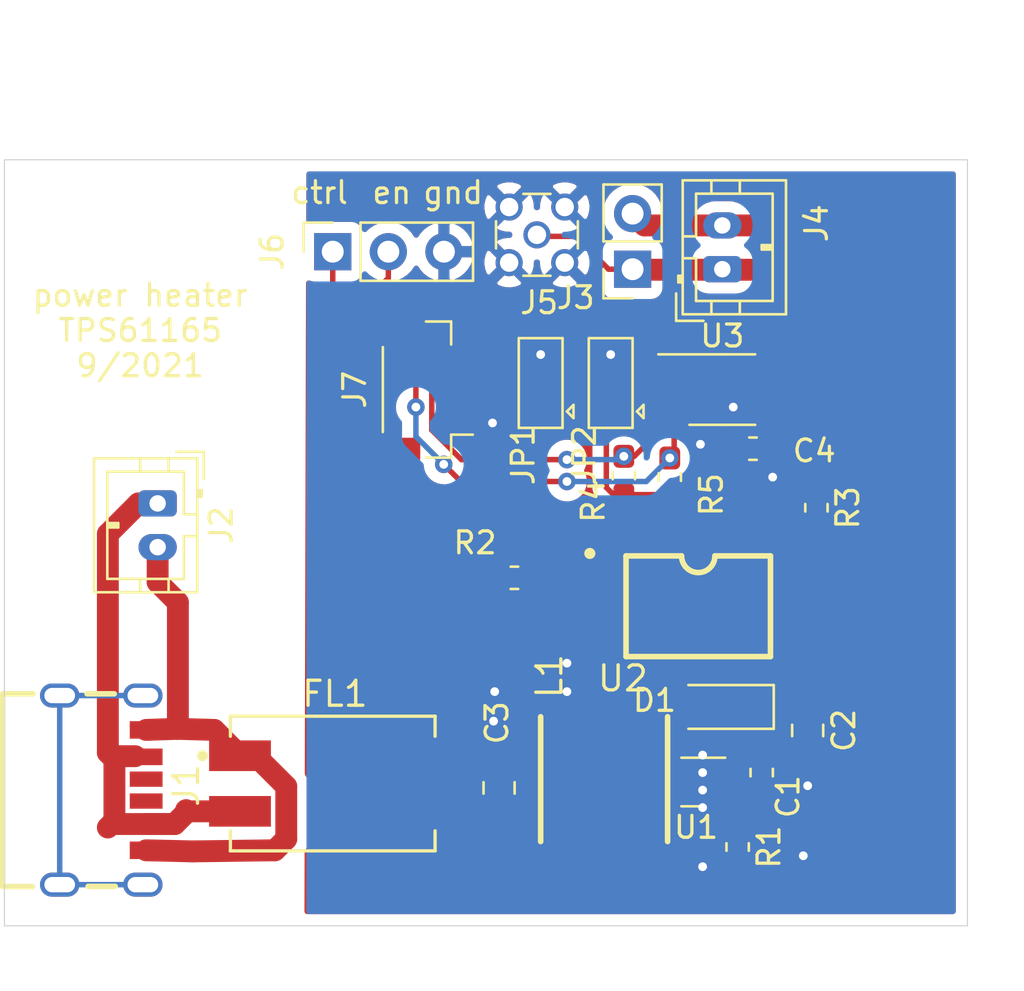
<source format=kicad_pcb>
(kicad_pcb (version 20171130) (host pcbnew "(5.1.5-0)")

  (general
    (thickness 1.6)
    (drawings 8)
    (tracks 197)
    (zones 0)
    (modules 24)
    (nets 23)
  )

  (page A4)
  (layers
    (0 F.Cu signal)
    (31 B.Cu signal)
    (32 B.Adhes user)
    (33 F.Adhes user)
    (34 B.Paste user)
    (35 F.Paste user)
    (36 B.SilkS user)
    (37 F.SilkS user)
    (38 B.Mask user)
    (39 F.Mask user)
    (40 Dwgs.User user)
    (41 Cmts.User user)
    (42 Eco1.User user)
    (43 Eco2.User user)
    (44 Edge.Cuts user)
    (45 Margin user)
    (46 B.CrtYd user)
    (47 F.CrtYd user)
    (48 B.Fab user)
    (49 F.Fab user)
  )

  (setup
    (last_trace_width 0.25)
    (user_trace_width 1)
    (trace_clearance 0.2)
    (zone_clearance 0.508)
    (zone_45_only no)
    (trace_min 0.2)
    (via_size 0.8)
    (via_drill 0.4)
    (via_min_size 0.4)
    (via_min_drill 0.3)
    (uvia_size 0.3)
    (uvia_drill 0.1)
    (uvias_allowed no)
    (uvia_min_size 0.2)
    (uvia_min_drill 0.1)
    (edge_width 0.05)
    (segment_width 0.2)
    (pcb_text_width 0.3)
    (pcb_text_size 1.5 1.5)
    (mod_edge_width 0.12)
    (mod_text_size 1 1)
    (mod_text_width 0.15)
    (pad_size 1.524 1.524)
    (pad_drill 0.762)
    (pad_to_mask_clearance 0.051)
    (solder_mask_min_width 0.25)
    (aux_axis_origin 0 0)
    (visible_elements FFFDFF7F)
    (pcbplotparams
      (layerselection 0x010fc_ffffffff)
      (usegerberextensions true)
      (usegerberattributes false)
      (usegerberadvancedattributes false)
      (creategerberjobfile false)
      (excludeedgelayer true)
      (linewidth 0.100000)
      (plotframeref false)
      (viasonmask false)
      (mode 1)
      (useauxorigin false)
      (hpglpennumber 1)
      (hpglpenspeed 20)
      (hpglpendiameter 15.000000)
      (psnegative false)
      (psa4output false)
      (plotreference true)
      (plotvalue false)
      (plotinvisibletext false)
      (padsonsilk false)
      (subtractmaskfromsilk true)
      (outputformat 1)
      (mirror false)
      (drillshape 0)
      (scaleselection 1)
      (outputdirectory "gerbers/"))
  )

  (net 0 "")
  (net 1 GND)
  (net 2 "Net-(C1-Pad1)")
  (net 3 "Net-(C2-Pad1)")
  (net 4 +5VD)
  (net 5 "Net-(D1-Pad2)")
  (net 6 "Net-(FL1-Pad1)")
  (net 7 "Net-(FL1-Pad2)")
  (net 8 "Net-(J1-PadA5)")
  (net 9 "Net-(J1-PadB5)")
  (net 10 "Net-(J3-Pad2)")
  (net 11 "Net-(J6-Pad1)")
  (net 12 "Net-(J3-Pad1)")
  (net 13 "Net-(J6-Pad2)")
  (net 14 "Net-(R2-Pad2)")
  (net 15 "Net-(J1-Pad0)")
  (net 16 "Net-(C4-Pad1)")
  (net 17 /scl)
  (net 18 /sda)
  (net 19 "Net-(R3-Pad2)")
  (net 20 "Net-(U3-Pad3)")
  (net 21 "Net-(JP2-Pad2)")
  (net 22 "Net-(JP1-Pad2)")

  (net_class Default "This is the default net class."
    (clearance 0.2)
    (trace_width 0.25)
    (via_dia 0.8)
    (via_drill 0.4)
    (uvia_dia 0.3)
    (uvia_drill 0.1)
    (add_net +5VD)
    (add_net /scl)
    (add_net /sda)
    (add_net GND)
    (add_net "Net-(C1-Pad1)")
    (add_net "Net-(C2-Pad1)")
    (add_net "Net-(C4-Pad1)")
    (add_net "Net-(D1-Pad2)")
    (add_net "Net-(FL1-Pad1)")
    (add_net "Net-(FL1-Pad2)")
    (add_net "Net-(J1-Pad0)")
    (add_net "Net-(J1-PadA5)")
    (add_net "Net-(J1-PadB5)")
    (add_net "Net-(J3-Pad1)")
    (add_net "Net-(J3-Pad2)")
    (add_net "Net-(J6-Pad1)")
    (add_net "Net-(J6-Pad2)")
    (add_net "Net-(JP1-Pad2)")
    (add_net "Net-(JP2-Pad2)")
    (add_net "Net-(R2-Pad2)")
    (add_net "Net-(R3-Pad2)")
    (add_net "Net-(U3-Pad3)")
  )

  (module 0my_footprints:SMD-4_L4.6-W6.4-P2.54-LS10.0-BR (layer F.Cu) (tedit 613241AF) (tstamp 61322CEF)
    (at 147.7 75.4 180)
    (descr "Photmos footprint smd4")
    (path /61369742)
    (attr smd)
    (fp_text reference U2 (at 2.2 -3.3) (layer F.SilkS)
      (effects (font (size 1.143 1.143) (thickness 0.152)) (justify right))
    )
    (fp_text value KAQY212A (at -0.134 -4.452) (layer F.Fab) hide
      (effects (font (size 1.143 1.143) (thickness 0.152)) (justify right))
    )
    (fp_line (start -5 2.4) (end -5 -2.4) (layer F.CrtYd) (width 0.12))
    (fp_line (start 5 2.4) (end -5 2.4) (layer F.CrtYd) (width 0.12))
    (fp_line (start 5 -2.4) (end 5 2.4) (layer F.CrtYd) (width 0.12))
    (fp_line (start -5 -2.4) (end 5 -2.4) (layer F.CrtYd) (width 0.12))
    (fp_arc (start 5.461 1.27) (end 5.334 1.27) (angle 180) (layer Cmts.User) (width 0.254))
    (fp_circle (center 5.207 1.27) (end 5.507 1.27) (layer Cmts.User) (width 0.6))
    (fp_circle (center 4.953 2.413) (end 5.08 2.413) (layer F.SilkS) (width 0.254))
    (fp_arc (start 0 2.301) (end -0.762 2.3) (angle 180) (layer F.SilkS) (width 0.254))
    (fp_line (start -3.3 -2.3) (end 3.3 -2.3) (layer F.SilkS) (width 0.254))
    (fp_line (start -3.3 2.3) (end -3.3 -2.3) (layer F.SilkS) (width 0.254))
    (fp_line (start 3.3 -2.3) (end 3.3 2.3) (layer F.SilkS) (width 0.254))
    (fp_line (start -3.3 2.3) (end -0.762 2.3) (layer F.SilkS) (width 0.254))
    (fp_line (start 3.3 2.3) (end 0.762 2.3) (layer F.SilkS) (width 0.254))
    (pad 4 smd rect (at -4.876 1.27 180) (size 1.8 1.6) (layers F.Cu F.Paste F.Mask)
      (net 19 "Net-(R3-Pad2)"))
    (pad 3 smd rect (at -4.876 -1.27 180) (size 1.8 1.6) (layers F.Cu F.Paste F.Mask)
      (net 3 "Net-(C2-Pad1)"))
    (pad 2 smd rect (at 4.876 -1.27 180) (size 1.8 1.6) (layers F.Cu F.Paste F.Mask)
      (net 1 GND))
    (pad 1 smd rect (at 4.876 1.27 180) (size 1.8 1.6) (layers F.Cu F.Paste F.Mask)
      (net 14 "Net-(R2-Pad2)"))
  )

  (module 0my_footprints:IND-SMD_L4.7-W4.7 (layer F.Cu) (tedit 613240D8) (tstamp 61317387)
    (at 143.4 83.3 90)
    (path /61318B01)
    (attr smd)
    (fp_text reference L1 (at 3.6 -2.5 90) (layer F.SilkS)
      (effects (font (size 1.143 1.143) (thickness 0.152)) (justify left))
    )
    (fp_text value 10uH (at -8.5 -5.9 90) (layer F.Fab) hide
      (effects (font (size 1.143 1.143) (thickness 0.152)) (justify left))
    )
    (fp_line (start -2.4 2.4) (end -2.4 -2.4) (layer F.CrtYd) (width 0.12))
    (fp_line (start 2.4 2.4) (end -2.4 2.4) (layer F.CrtYd) (width 0.12))
    (fp_line (start 2.4 -2.4) (end 2.4 2.4) (layer F.CrtYd) (width 0.12))
    (fp_line (start -2.4 -2.4) (end 2.4 -2.4) (layer F.CrtYd) (width 0.12))
    (fp_line (start -2.85 -2.9) (end 2.85 -2.9) (layer F.SilkS) (width 0.254))
    (fp_line (start -2.85 2.9) (end 2.85 2.9) (layer F.SilkS) (width 0.254))
    (pad 2 smd rect (at 1.7 0 90) (size 2 5.3) (layers F.Cu F.Paste F.Mask)
      (net 5 "Net-(D1-Pad2)"))
    (pad 1 smd rect (at -1.7 0 90) (size 2 5.3) (layers F.Cu F.Paste F.Mask)
      (net 4 +5VD))
  )

  (module Jumper:SolderJumper-3_P1.3mm_Open_Pad1.0x1.5mm (layer F.Cu) (tedit 5A3F8BB2) (tstamp 61324961)
    (at 143.7 65.2 90)
    (descr "SMD Solder 3-pad Jumper, 1x1.5mm Pads, 0.3mm gap, open")
    (tags "solder jumper open")
    (path /613AB0FE)
    (attr virtual)
    (fp_text reference JP2 (at -3.3 -1.2 90) (layer F.SilkS)
      (effects (font (size 1 1) (thickness 0.15)))
    )
    (fp_text value Jumper_3_Open (at 0 2 90) (layer F.Fab)
      (effects (font (size 1 1) (thickness 0.15)))
    )
    (fp_line (start 2.3 1.25) (end -2.3 1.25) (layer F.CrtYd) (width 0.05))
    (fp_line (start 2.3 1.25) (end 2.3 -1.25) (layer F.CrtYd) (width 0.05))
    (fp_line (start -2.3 -1.25) (end -2.3 1.25) (layer F.CrtYd) (width 0.05))
    (fp_line (start -2.3 -1.25) (end 2.3 -1.25) (layer F.CrtYd) (width 0.05))
    (fp_line (start -2.05 -1) (end 2.05 -1) (layer F.SilkS) (width 0.12))
    (fp_line (start 2.05 -1) (end 2.05 1) (layer F.SilkS) (width 0.12))
    (fp_line (start 2.05 1) (end -2.05 1) (layer F.SilkS) (width 0.12))
    (fp_line (start -2.05 1) (end -2.05 -1) (layer F.SilkS) (width 0.12))
    (fp_line (start -1.3 1.2) (end -1.6 1.5) (layer F.SilkS) (width 0.12))
    (fp_line (start -1.6 1.5) (end -1 1.5) (layer F.SilkS) (width 0.12))
    (fp_line (start -1.3 1.2) (end -1 1.5) (layer F.SilkS) (width 0.12))
    (pad 1 smd rect (at -1.3 0 90) (size 1 1.5) (layers F.Cu F.Mask)
      (net 16 "Net-(C4-Pad1)"))
    (pad 2 smd rect (at 0 0 90) (size 1 1.5) (layers F.Cu F.Mask)
      (net 21 "Net-(JP2-Pad2)"))
    (pad 3 smd rect (at 1.3 0 90) (size 1 1.5) (layers F.Cu F.Mask)
      (net 1 GND))
  )

  (module Jumper:SolderJumper-3_P1.3mm_Open_Pad1.0x1.5mm (layer F.Cu) (tedit 5A3F8BB2) (tstamp 6132494F)
    (at 140.5 65.2 90)
    (descr "SMD Solder 3-pad Jumper, 1x1.5mm Pads, 0.3mm gap, open")
    (tags "solder jumper open")
    (path /613A9B87)
    (attr virtual)
    (fp_text reference JP1 (at -3.3 -0.8 90) (layer F.SilkS)
      (effects (font (size 1 1) (thickness 0.15)))
    )
    (fp_text value Jumper_3_Open (at 0 2 90) (layer F.Fab)
      (effects (font (size 1 1) (thickness 0.15)))
    )
    (fp_line (start 2.3 1.25) (end -2.3 1.25) (layer F.CrtYd) (width 0.05))
    (fp_line (start 2.3 1.25) (end 2.3 -1.25) (layer F.CrtYd) (width 0.05))
    (fp_line (start -2.3 -1.25) (end -2.3 1.25) (layer F.CrtYd) (width 0.05))
    (fp_line (start -2.3 -1.25) (end 2.3 -1.25) (layer F.CrtYd) (width 0.05))
    (fp_line (start -2.05 -1) (end 2.05 -1) (layer F.SilkS) (width 0.12))
    (fp_line (start 2.05 -1) (end 2.05 1) (layer F.SilkS) (width 0.12))
    (fp_line (start 2.05 1) (end -2.05 1) (layer F.SilkS) (width 0.12))
    (fp_line (start -2.05 1) (end -2.05 -1) (layer F.SilkS) (width 0.12))
    (fp_line (start -1.3 1.2) (end -1.6 1.5) (layer F.SilkS) (width 0.12))
    (fp_line (start -1.6 1.5) (end -1 1.5) (layer F.SilkS) (width 0.12))
    (fp_line (start -1.3 1.2) (end -1 1.5) (layer F.SilkS) (width 0.12))
    (pad 1 smd rect (at -1.3 0 90) (size 1 1.5) (layers F.Cu F.Mask)
      (net 16 "Net-(C4-Pad1)"))
    (pad 2 smd rect (at 0 0 90) (size 1 1.5) (layers F.Cu F.Mask)
      (net 22 "Net-(JP1-Pad2)"))
    (pad 3 smd rect (at 1.3 0 90) (size 1 1.5) (layers F.Cu F.Mask)
      (net 1 GND))
  )

  (module Package_SO:VSSOP-10_3x3mm_P0.5mm (layer F.Cu) (tedit 5D9F72B2) (tstamp 613241ED)
    (at 148.8 65.5)
    (descr "VSSOP, 10 Pin (http://www.ti.com/lit/ds/symlink/ads1115.pdf), generated with kicad-footprint-generator ipc_gullwing_generator.py")
    (tags "VSSOP SO")
    (path /6138BD16)
    (attr smd)
    (fp_text reference U3 (at 0 -2.45) (layer F.SilkS)
      (effects (font (size 1 1) (thickness 0.15)))
    )
    (fp_text value INA226 (at 0 2.45) (layer F.Fab)
      (effects (font (size 1 1) (thickness 0.15)))
    )
    (fp_text user %R (at 0 0) (layer F.Fab)
      (effects (font (size 0.75 0.75) (thickness 0.11)))
    )
    (fp_line (start 3.18 -1.75) (end -3.18 -1.75) (layer F.CrtYd) (width 0.05))
    (fp_line (start 3.18 1.75) (end 3.18 -1.75) (layer F.CrtYd) (width 0.05))
    (fp_line (start -3.18 1.75) (end 3.18 1.75) (layer F.CrtYd) (width 0.05))
    (fp_line (start -3.18 -1.75) (end -3.18 1.75) (layer F.CrtYd) (width 0.05))
    (fp_line (start -1.5 -0.75) (end -0.75 -1.5) (layer F.Fab) (width 0.1))
    (fp_line (start -1.5 1.5) (end -1.5 -0.75) (layer F.Fab) (width 0.1))
    (fp_line (start 1.5 1.5) (end -1.5 1.5) (layer F.Fab) (width 0.1))
    (fp_line (start 1.5 -1.5) (end 1.5 1.5) (layer F.Fab) (width 0.1))
    (fp_line (start -0.75 -1.5) (end 1.5 -1.5) (layer F.Fab) (width 0.1))
    (fp_line (start 0 -1.61) (end -2.925 -1.61) (layer F.SilkS) (width 0.12))
    (fp_line (start 0 -1.61) (end 1.5 -1.61) (layer F.SilkS) (width 0.12))
    (fp_line (start 0 1.61) (end -1.5 1.61) (layer F.SilkS) (width 0.12))
    (fp_line (start 0 1.61) (end 1.5 1.61) (layer F.SilkS) (width 0.12))
    (pad 10 smd roundrect (at 2.2 -1) (size 1.45 0.3) (layers F.Cu F.Paste F.Mask) (roundrect_rratio 0.25)
      (net 19 "Net-(R3-Pad2)"))
    (pad 9 smd roundrect (at 2.2 -0.5) (size 1.45 0.3) (layers F.Cu F.Paste F.Mask) (roundrect_rratio 0.25)
      (net 12 "Net-(J3-Pad1)"))
    (pad 8 smd roundrect (at 2.2 0) (size 1.45 0.3) (layers F.Cu F.Paste F.Mask) (roundrect_rratio 0.25)
      (net 19 "Net-(R3-Pad2)"))
    (pad 7 smd roundrect (at 2.2 0.5) (size 1.45 0.3) (layers F.Cu F.Paste F.Mask) (roundrect_rratio 0.25)
      (net 1 GND))
    (pad 6 smd roundrect (at 2.2 1) (size 1.45 0.3) (layers F.Cu F.Paste F.Mask) (roundrect_rratio 0.25)
      (net 16 "Net-(C4-Pad1)"))
    (pad 5 smd roundrect (at -2.2 1) (size 1.45 0.3) (layers F.Cu F.Paste F.Mask) (roundrect_rratio 0.25)
      (net 17 /scl))
    (pad 4 smd roundrect (at -2.2 0.5) (size 1.45 0.3) (layers F.Cu F.Paste F.Mask) (roundrect_rratio 0.25)
      (net 18 /sda))
    (pad 3 smd roundrect (at -2.2 0) (size 1.45 0.3) (layers F.Cu F.Paste F.Mask) (roundrect_rratio 0.25)
      (net 20 "Net-(U3-Pad3)"))
    (pad 2 smd roundrect (at -2.2 -0.5) (size 1.45 0.3) (layers F.Cu F.Paste F.Mask) (roundrect_rratio 0.25)
      (net 21 "Net-(JP2-Pad2)"))
    (pad 1 smd roundrect (at -2.2 -1) (size 1.45 0.3) (layers F.Cu F.Paste F.Mask) (roundrect_rratio 0.25)
      (net 22 "Net-(JP1-Pad2)"))
    (model ${KISYS3DMOD}/Package_SO.3dshapes/VSSOP-10_3x3mm_P0.5mm.wrl
      (at (xyz 0 0 0))
      (scale (xyz 1 1 1))
      (rotate (xyz 0 0 0))
    )
  )

  (module Resistor_SMD:R_0603_1608Metric_Pad1.05x0.95mm_HandSolder (layer F.Cu) (tedit 5B301BBD) (tstamp 61324181)
    (at 146.4 69.5 270)
    (descr "Resistor SMD 0603 (1608 Metric), square (rectangular) end terminal, IPC_7351 nominal with elongated pad for handsoldering. (Body size source: http://www.tortai-tech.com/upload/download/2011102023233369053.pdf), generated with kicad-footprint-generator")
    (tags "resistor handsolder")
    (path /613B6FB3)
    (attr smd)
    (fp_text reference R5 (at 0.8 -1.9 90) (layer F.SilkS)
      (effects (font (size 1 1) (thickness 0.15)))
    )
    (fp_text value 4.99K (at 0 1.43 90) (layer F.Fab)
      (effects (font (size 1 1) (thickness 0.15)))
    )
    (fp_text user %R (at 0 0 90) (layer F.Fab)
      (effects (font (size 0.4 0.4) (thickness 0.06)))
    )
    (fp_line (start 1.65 0.73) (end -1.65 0.73) (layer F.CrtYd) (width 0.05))
    (fp_line (start 1.65 -0.73) (end 1.65 0.73) (layer F.CrtYd) (width 0.05))
    (fp_line (start -1.65 -0.73) (end 1.65 -0.73) (layer F.CrtYd) (width 0.05))
    (fp_line (start -1.65 0.73) (end -1.65 -0.73) (layer F.CrtYd) (width 0.05))
    (fp_line (start -0.171267 0.51) (end 0.171267 0.51) (layer F.SilkS) (width 0.12))
    (fp_line (start -0.171267 -0.51) (end 0.171267 -0.51) (layer F.SilkS) (width 0.12))
    (fp_line (start 0.8 0.4) (end -0.8 0.4) (layer F.Fab) (width 0.1))
    (fp_line (start 0.8 -0.4) (end 0.8 0.4) (layer F.Fab) (width 0.1))
    (fp_line (start -0.8 -0.4) (end 0.8 -0.4) (layer F.Fab) (width 0.1))
    (fp_line (start -0.8 0.4) (end -0.8 -0.4) (layer F.Fab) (width 0.1))
    (pad 2 smd roundrect (at 0.875 0 270) (size 1.05 0.95) (layers F.Cu F.Paste F.Mask) (roundrect_rratio 0.25)
      (net 16 "Net-(C4-Pad1)"))
    (pad 1 smd roundrect (at -0.875 0 270) (size 1.05 0.95) (layers F.Cu F.Paste F.Mask) (roundrect_rratio 0.25)
      (net 17 /scl))
    (model ${KISYS3DMOD}/Resistor_SMD.3dshapes/R_0603_1608Metric.wrl
      (at (xyz 0 0 0))
      (scale (xyz 1 1 1))
      (rotate (xyz 0 0 0))
    )
  )

  (module Resistor_SMD:R_0603_1608Metric_Pad1.05x0.95mm_HandSolder (layer F.Cu) (tedit 5B301BBD) (tstamp 61324170)
    (at 144.3 69.425 270)
    (descr "Resistor SMD 0603 (1608 Metric), square (rectangular) end terminal, IPC_7351 nominal with elongated pad for handsoldering. (Body size source: http://www.tortai-tech.com/upload/download/2011102023233369053.pdf), generated with kicad-footprint-generator")
    (tags "resistor handsolder")
    (path /613B5BC0)
    (attr smd)
    (fp_text reference R4 (at 1.175 1.4 90) (layer F.SilkS)
      (effects (font (size 1 1) (thickness 0.15)))
    )
    (fp_text value 4.99K (at 0 1.43 90) (layer F.Fab)
      (effects (font (size 1 1) (thickness 0.15)))
    )
    (fp_text user %R (at 0 0 90) (layer F.Fab)
      (effects (font (size 0.4 0.4) (thickness 0.06)))
    )
    (fp_line (start 1.65 0.73) (end -1.65 0.73) (layer F.CrtYd) (width 0.05))
    (fp_line (start 1.65 -0.73) (end 1.65 0.73) (layer F.CrtYd) (width 0.05))
    (fp_line (start -1.65 -0.73) (end 1.65 -0.73) (layer F.CrtYd) (width 0.05))
    (fp_line (start -1.65 0.73) (end -1.65 -0.73) (layer F.CrtYd) (width 0.05))
    (fp_line (start -0.171267 0.51) (end 0.171267 0.51) (layer F.SilkS) (width 0.12))
    (fp_line (start -0.171267 -0.51) (end 0.171267 -0.51) (layer F.SilkS) (width 0.12))
    (fp_line (start 0.8 0.4) (end -0.8 0.4) (layer F.Fab) (width 0.1))
    (fp_line (start 0.8 -0.4) (end 0.8 0.4) (layer F.Fab) (width 0.1))
    (fp_line (start -0.8 -0.4) (end 0.8 -0.4) (layer F.Fab) (width 0.1))
    (fp_line (start -0.8 0.4) (end -0.8 -0.4) (layer F.Fab) (width 0.1))
    (pad 2 smd roundrect (at 0.875 0 270) (size 1.05 0.95) (layers F.Cu F.Paste F.Mask) (roundrect_rratio 0.25)
      (net 16 "Net-(C4-Pad1)"))
    (pad 1 smd roundrect (at -0.875 0 270) (size 1.05 0.95) (layers F.Cu F.Paste F.Mask) (roundrect_rratio 0.25)
      (net 18 /sda))
    (model ${KISYS3DMOD}/Resistor_SMD.3dshapes/R_0603_1608Metric.wrl
      (at (xyz 0 0 0))
      (scale (xyz 1 1 1))
      (rotate (xyz 0 0 0))
    )
  )

  (module Resistor_SMD:R_0603_1608Metric_Pad1.05x0.95mm_HandSolder (layer F.Cu) (tedit 5B301BBD) (tstamp 6132415F)
    (at 153.1 70.9 270)
    (descr "Resistor SMD 0603 (1608 Metric), square (rectangular) end terminal, IPC_7351 nominal with elongated pad for handsoldering. (Body size source: http://www.tortai-tech.com/upload/download/2011102023233369053.pdf), generated with kicad-footprint-generator")
    (tags "resistor handsolder")
    (path /6138D70C)
    (attr smd)
    (fp_text reference R3 (at 0 -1.43 90) (layer F.SilkS)
      (effects (font (size 1 1) (thickness 0.15)))
    )
    (fp_text value 1 (at 0 1.43 90) (layer F.Fab)
      (effects (font (size 1 1) (thickness 0.15)))
    )
    (fp_text user %R (at 0 0 90) (layer F.Fab)
      (effects (font (size 0.4 0.4) (thickness 0.06)))
    )
    (fp_line (start 1.65 0.73) (end -1.65 0.73) (layer F.CrtYd) (width 0.05))
    (fp_line (start 1.65 -0.73) (end 1.65 0.73) (layer F.CrtYd) (width 0.05))
    (fp_line (start -1.65 -0.73) (end 1.65 -0.73) (layer F.CrtYd) (width 0.05))
    (fp_line (start -1.65 0.73) (end -1.65 -0.73) (layer F.CrtYd) (width 0.05))
    (fp_line (start -0.171267 0.51) (end 0.171267 0.51) (layer F.SilkS) (width 0.12))
    (fp_line (start -0.171267 -0.51) (end 0.171267 -0.51) (layer F.SilkS) (width 0.12))
    (fp_line (start 0.8 0.4) (end -0.8 0.4) (layer F.Fab) (width 0.1))
    (fp_line (start 0.8 -0.4) (end 0.8 0.4) (layer F.Fab) (width 0.1))
    (fp_line (start -0.8 -0.4) (end 0.8 -0.4) (layer F.Fab) (width 0.1))
    (fp_line (start -0.8 0.4) (end -0.8 -0.4) (layer F.Fab) (width 0.1))
    (pad 2 smd roundrect (at 0.875 0 270) (size 1.05 0.95) (layers F.Cu F.Paste F.Mask) (roundrect_rratio 0.25)
      (net 19 "Net-(R3-Pad2)"))
    (pad 1 smd roundrect (at -0.875 0 270) (size 1.05 0.95) (layers F.Cu F.Paste F.Mask) (roundrect_rratio 0.25)
      (net 12 "Net-(J3-Pad1)"))
    (model ${KISYS3DMOD}/Resistor_SMD.3dshapes/R_0603_1608Metric.wrl
      (at (xyz 0 0 0))
      (scale (xyz 1 1 1))
      (rotate (xyz 0 0 0))
    )
  )

  (module Connector_JST:JST_SH_BM04B-SRSS-TB_1x04-1MP_P1.00mm_Vertical (layer F.Cu) (tedit 601EC7F3) (tstamp 61324100)
    (at 135.3 65.5 90)
    (descr "JST SH series connector, BM04B-SRSS-TB (http://www.jst-mfg.com/product/pdf/eng/eSH.pdf), generated with kicad-footprint-generator")
    (tags "connector JST SH side entry")
    (path /6139A82F)
    (attr smd)
    (fp_text reference J7 (at 0 -3.3 90) (layer F.SilkS)
      (effects (font (size 1 1) (thickness 0.15)))
    )
    (fp_text value A1001WV-S-04P (at 0 3.3 90) (layer F.Fab)
      (effects (font (size 1 1) (thickness 0.15)))
    )
    (fp_text user %R (at 0 -0.25 90) (layer F.Fab)
      (effects (font (size 1 1) (thickness 0.15)))
    )
    (fp_line (start -1.5 0.292893) (end -1 1) (layer F.Fab) (width 0.1))
    (fp_line (start -2 1) (end -1.5 0.292893) (layer F.Fab) (width 0.1))
    (fp_line (start 3.9 -2.6) (end -3.9 -2.6) (layer F.CrtYd) (width 0.05))
    (fp_line (start 3.9 2.6) (end 3.9 -2.6) (layer F.CrtYd) (width 0.05))
    (fp_line (start -3.9 2.6) (end 3.9 2.6) (layer F.CrtYd) (width 0.05))
    (fp_line (start -3.9 -2.6) (end -3.9 2.6) (layer F.CrtYd) (width 0.05))
    (fp_line (start 1.65 -1.55) (end 1.35 -1.55) (layer F.Fab) (width 0.1))
    (fp_line (start 1.65 -0.95) (end 1.65 -1.55) (layer F.Fab) (width 0.1))
    (fp_line (start 1.35 -0.95) (end 1.65 -0.95) (layer F.Fab) (width 0.1))
    (fp_line (start 1.35 -1.55) (end 1.35 -0.95) (layer F.Fab) (width 0.1))
    (fp_line (start 0.65 -1.55) (end 0.35 -1.55) (layer F.Fab) (width 0.1))
    (fp_line (start 0.65 -0.95) (end 0.65 -1.55) (layer F.Fab) (width 0.1))
    (fp_line (start 0.35 -0.95) (end 0.65 -0.95) (layer F.Fab) (width 0.1))
    (fp_line (start 0.35 -1.55) (end 0.35 -0.95) (layer F.Fab) (width 0.1))
    (fp_line (start -0.35 -1.55) (end -0.65 -1.55) (layer F.Fab) (width 0.1))
    (fp_line (start -0.35 -0.95) (end -0.35 -1.55) (layer F.Fab) (width 0.1))
    (fp_line (start -0.65 -0.95) (end -0.35 -0.95) (layer F.Fab) (width 0.1))
    (fp_line (start -0.65 -1.55) (end -0.65 -0.95) (layer F.Fab) (width 0.1))
    (fp_line (start -1.35 -1.55) (end -1.65 -1.55) (layer F.Fab) (width 0.1))
    (fp_line (start -1.35 -0.95) (end -1.35 -1.55) (layer F.Fab) (width 0.1))
    (fp_line (start -1.65 -0.95) (end -1.35 -0.95) (layer F.Fab) (width 0.1))
    (fp_line (start -1.65 -1.55) (end -1.65 -0.95) (layer F.Fab) (width 0.1))
    (fp_line (start 3 1) (end 3 -1.9) (layer F.Fab) (width 0.1))
    (fp_line (start -3 1) (end -3 -1.9) (layer F.Fab) (width 0.1))
    (fp_line (start -3 -1.9) (end 3 -1.9) (layer F.Fab) (width 0.1))
    (fp_line (start -1.94 -2.01) (end 1.94 -2.01) (layer F.SilkS) (width 0.12))
    (fp_line (start 3.11 1.11) (end 2.06 1.11) (layer F.SilkS) (width 0.12))
    (fp_line (start 3.11 -0.04) (end 3.11 1.11) (layer F.SilkS) (width 0.12))
    (fp_line (start -2.06 1.11) (end -2.06 2.1) (layer F.SilkS) (width 0.12))
    (fp_line (start -3.11 1.11) (end -2.06 1.11) (layer F.SilkS) (width 0.12))
    (fp_line (start -3.11 -0.04) (end -3.11 1.11) (layer F.SilkS) (width 0.12))
    (fp_line (start -3 1) (end 3 1) (layer F.Fab) (width 0.1))
    (pad MP smd roundrect (at 2.8 -1.2 90) (size 1.2 1.8) (layers F.Cu F.Paste F.Mask) (roundrect_rratio 0.208333))
    (pad MP smd roundrect (at -2.8 -1.2 90) (size 1.2 1.8) (layers F.Cu F.Paste F.Mask) (roundrect_rratio 0.208333))
    (pad 4 smd roundrect (at 1.5 1.325 90) (size 0.6 1.55) (layers F.Cu F.Paste F.Mask) (roundrect_rratio 0.25)
      (net 17 /scl))
    (pad 3 smd roundrect (at 0.5 1.325 90) (size 0.6 1.55) (layers F.Cu F.Paste F.Mask) (roundrect_rratio 0.25)
      (net 18 /sda))
    (pad 2 smd roundrect (at -0.5 1.325 90) (size 0.6 1.55) (layers F.Cu F.Paste F.Mask) (roundrect_rratio 0.25)
      (net 16 "Net-(C4-Pad1)"))
    (pad 1 smd roundrect (at -1.5 1.325 90) (size 0.6 1.55) (layers F.Cu F.Paste F.Mask) (roundrect_rratio 0.25)
      (net 1 GND))
    (model ${KISYS3DMOD}/Connector_JST.3dshapes/JST_SH_BM04B-SRSS-TB_1x04-1MP_P1.00mm_Vertical.wrl
      (offset (xyz 0 1.2 0))
      (scale (xyz 1 1 1))
      (rotate (xyz 90 0 0))
    )
  )

  (module Capacitor_SMD:C_0603_1608Metric_Pad1.05x0.95mm_HandSolder (layer F.Cu) (tedit 5B301BBE) (tstamp 61323F2B)
    (at 150.2 68.2)
    (descr "Capacitor SMD 0603 (1608 Metric), square (rectangular) end terminal, IPC_7351 nominal with elongated pad for handsoldering. (Body size source: http://www.tortai-tech.com/upload/download/2011102023233369053.pdf), generated with kicad-footprint-generator")
    (tags "capacitor handsolder")
    (path /613B00EC)
    (attr smd)
    (fp_text reference C4 (at 2.8 0.1) (layer F.SilkS)
      (effects (font (size 1 1) (thickness 0.15)))
    )
    (fp_text value 100nF (at 0 1.43) (layer F.Fab)
      (effects (font (size 1 1) (thickness 0.15)))
    )
    (fp_text user %R (at 0 0) (layer F.Fab)
      (effects (font (size 0.4 0.4) (thickness 0.06)))
    )
    (fp_line (start 1.65 0.73) (end -1.65 0.73) (layer F.CrtYd) (width 0.05))
    (fp_line (start 1.65 -0.73) (end 1.65 0.73) (layer F.CrtYd) (width 0.05))
    (fp_line (start -1.65 -0.73) (end 1.65 -0.73) (layer F.CrtYd) (width 0.05))
    (fp_line (start -1.65 0.73) (end -1.65 -0.73) (layer F.CrtYd) (width 0.05))
    (fp_line (start -0.171267 0.51) (end 0.171267 0.51) (layer F.SilkS) (width 0.12))
    (fp_line (start -0.171267 -0.51) (end 0.171267 -0.51) (layer F.SilkS) (width 0.12))
    (fp_line (start 0.8 0.4) (end -0.8 0.4) (layer F.Fab) (width 0.1))
    (fp_line (start 0.8 -0.4) (end 0.8 0.4) (layer F.Fab) (width 0.1))
    (fp_line (start -0.8 -0.4) (end 0.8 -0.4) (layer F.Fab) (width 0.1))
    (fp_line (start -0.8 0.4) (end -0.8 -0.4) (layer F.Fab) (width 0.1))
    (pad 2 smd roundrect (at 0.875 0) (size 1.05 0.95) (layers F.Cu F.Paste F.Mask) (roundrect_rratio 0.25)
      (net 1 GND))
    (pad 1 smd roundrect (at -0.875 0) (size 1.05 0.95) (layers F.Cu F.Paste F.Mask) (roundrect_rratio 0.25)
      (net 16 "Net-(C4-Pad1)"))
    (model ${KISYS3DMOD}/Capacitor_SMD.3dshapes/C_0603_1608Metric.wrl
      (at (xyz 0 0 0))
      (scale (xyz 1 1 1))
      (rotate (xyz 0 0 0))
    )
  )

  (module Resistor_SMD:R_0603_1608Metric_Pad1.05x0.95mm_HandSolder (layer F.Cu) (tedit 5B301BBD) (tstamp 61322CAE)
    (at 139.3 74.1)
    (descr "Resistor SMD 0603 (1608 Metric), square (rectangular) end terminal, IPC_7351 nominal with elongated pad for handsoldering. (Body size source: http://www.tortai-tech.com/upload/download/2011102023233369053.pdf), generated with kicad-footprint-generator")
    (tags "resistor handsolder")
    (path /61380CBC)
    (attr smd)
    (fp_text reference R2 (at -1.8 -1.6) (layer F.SilkS)
      (effects (font (size 1 1) (thickness 0.15)))
    )
    (fp_text value 390 (at 0 1.43) (layer F.Fab)
      (effects (font (size 1 1) (thickness 0.15)))
    )
    (fp_text user %R (at 0 0) (layer F.Fab)
      (effects (font (size 0.4 0.4) (thickness 0.06)))
    )
    (fp_line (start 1.65 0.73) (end -1.65 0.73) (layer F.CrtYd) (width 0.05))
    (fp_line (start 1.65 -0.73) (end 1.65 0.73) (layer F.CrtYd) (width 0.05))
    (fp_line (start -1.65 -0.73) (end 1.65 -0.73) (layer F.CrtYd) (width 0.05))
    (fp_line (start -1.65 0.73) (end -1.65 -0.73) (layer F.CrtYd) (width 0.05))
    (fp_line (start -0.171267 0.51) (end 0.171267 0.51) (layer F.SilkS) (width 0.12))
    (fp_line (start -0.171267 -0.51) (end 0.171267 -0.51) (layer F.SilkS) (width 0.12))
    (fp_line (start 0.8 0.4) (end -0.8 0.4) (layer F.Fab) (width 0.1))
    (fp_line (start 0.8 -0.4) (end 0.8 0.4) (layer F.Fab) (width 0.1))
    (fp_line (start -0.8 -0.4) (end 0.8 -0.4) (layer F.Fab) (width 0.1))
    (fp_line (start -0.8 0.4) (end -0.8 -0.4) (layer F.Fab) (width 0.1))
    (pad 2 smd roundrect (at 0.875 0) (size 1.05 0.95) (layers F.Cu F.Paste F.Mask) (roundrect_rratio 0.25)
      (net 14 "Net-(R2-Pad2)"))
    (pad 1 smd roundrect (at -0.875 0) (size 1.05 0.95) (layers F.Cu F.Paste F.Mask) (roundrect_rratio 0.25)
      (net 13 "Net-(J6-Pad2)"))
    (model ${KISYS3DMOD}/Resistor_SMD.3dshapes/R_0603_1608Metric.wrl
      (at (xyz 0 0 0))
      (scale (xyz 1 1 1))
      (rotate (xyz 0 0 0))
    )
  )

  (module Connector_PinSocket_2.54mm:PinSocket_1x03_P2.54mm_Vertical (layer F.Cu) (tedit 5A19A429) (tstamp 61318144)
    (at 131 59.2 90)
    (descr "Through hole straight socket strip, 1x03, 2.54mm pitch, single row (from Kicad 4.0.7), script generated")
    (tags "Through hole socket strip THT 1x03 2.54mm single row")
    (path /61362864)
    (attr smd)
    (fp_text reference J6 (at 0 -2.77 90) (layer F.SilkS)
      (effects (font (size 1 1) (thickness 0.15)))
    )
    (fp_text value Conn_01x03_Female (at 0 7.85 90) (layer F.Fab)
      (effects (font (size 1 1) (thickness 0.15)))
    )
    (fp_text user %R (at 0 2.54) (layer F.Fab)
      (effects (font (size 1 1) (thickness 0.15)))
    )
    (fp_line (start -1.8 6.85) (end -1.8 -1.8) (layer F.CrtYd) (width 0.05))
    (fp_line (start 1.75 6.85) (end -1.8 6.85) (layer F.CrtYd) (width 0.05))
    (fp_line (start 1.75 -1.8) (end 1.75 6.85) (layer F.CrtYd) (width 0.05))
    (fp_line (start -1.8 -1.8) (end 1.75 -1.8) (layer F.CrtYd) (width 0.05))
    (fp_line (start 0 -1.33) (end 1.33 -1.33) (layer F.SilkS) (width 0.12))
    (fp_line (start 1.33 -1.33) (end 1.33 0) (layer F.SilkS) (width 0.12))
    (fp_line (start 1.33 1.27) (end 1.33 6.41) (layer F.SilkS) (width 0.12))
    (fp_line (start -1.33 6.41) (end 1.33 6.41) (layer F.SilkS) (width 0.12))
    (fp_line (start -1.33 1.27) (end -1.33 6.41) (layer F.SilkS) (width 0.12))
    (fp_line (start -1.33 1.27) (end 1.33 1.27) (layer F.SilkS) (width 0.12))
    (fp_line (start -1.27 6.35) (end -1.27 -1.27) (layer F.Fab) (width 0.1))
    (fp_line (start 1.27 6.35) (end -1.27 6.35) (layer F.Fab) (width 0.1))
    (fp_line (start 1.27 -0.635) (end 1.27 6.35) (layer F.Fab) (width 0.1))
    (fp_line (start 0.635 -1.27) (end 1.27 -0.635) (layer F.Fab) (width 0.1))
    (fp_line (start -1.27 -1.27) (end 0.635 -1.27) (layer F.Fab) (width 0.1))
    (pad 3 thru_hole oval (at 0 5.08 90) (size 1.7 1.7) (drill 1) (layers *.Cu *.Mask)
      (net 1 GND))
    (pad 2 thru_hole oval (at 0 2.54 90) (size 1.7 1.7) (drill 1) (layers *.Cu *.Mask)
      (net 13 "Net-(J6-Pad2)"))
    (pad 1 thru_hole rect (at 0 0 90) (size 1.7 1.7) (drill 1) (layers *.Cu *.Mask)
      (net 11 "Net-(J6-Pad1)"))
    (model ${KISYS3DMOD}/Connector_PinSocket_2.54mm.3dshapes/PinSocket_1x03_P2.54mm_Vertical.wrl
      (at (xyz 0 0 0))
      (scale (xyz 1 1 1))
      (rotate (xyz 0 0 0))
    )
  )

  (module 0my_footprints:LL_FILTER-SMD_4P-L9.2-W6.0-TL (layer F.Cu) (tedit 61311A30) (tstamp 613173D8)
    (at 131 83.5)
    (descr CYSCM0905RTL-501)
    (tags "common mode filter")
    (path /6133D3E1)
    (attr smd)
    (fp_text reference FL1 (at -1.5 -4.1) (layer F.SilkS)
      (effects (font (size 1.143 1.143) (thickness 0.152)) (justify left))
    )
    (fp_text value EMI_Filter_LL (at -13.4 -6.1) (layer F.Fab) hide
      (effects (font (size 1.143 1.143) (thickness 0.152)) (justify left))
    )
    (fp_circle (center -4.9 -1.27) (end -4.775 -1.27) (layer Cmts.User) (width 0.25))
    (fp_circle (center -5.95 -1.27) (end -5.825 -1.27) (layer F.SilkS) (width 0.25))
    (fp_line (start 4.676 3.076) (end 4.676 2.16) (layer F.SilkS) (width 0.152))
    (fp_line (start 4.676 3.076) (end 4.676 3.076) (layer F.SilkS) (width 0.152))
    (fp_line (start -4.676 3.076) (end 4.676 3.076) (layer F.SilkS) (width 0.152))
    (fp_line (start -4.676 3.076) (end -4.676 3.076) (layer F.SilkS) (width 0.152))
    (fp_line (start -4.676 2.16) (end -4.676 3.076) (layer F.SilkS) (width 0.152))
    (fp_line (start 4.676 -3.076) (end 4.676 -2.16) (layer F.SilkS) (width 0.152))
    (fp_line (start 4.676 -3.076) (end 4.676 -3.076) (layer F.SilkS) (width 0.152))
    (fp_line (start -4.676 -3.076) (end 4.676 -3.076) (layer F.SilkS) (width 0.152))
    (fp_line (start -4.676 -3.076) (end -4.676 -3.076) (layer F.SilkS) (width 0.152))
    (fp_line (start -4.676 -2.16) (end -4.676 -3.076) (layer F.SilkS) (width 0.152))
    (pad 4 smd rect (at 4.237 -1.27) (size 2.825 1.4) (layers F.Cu F.Paste F.Mask)
      (net 1 GND))
    (pad 3 smd rect (at 4.237 1.27) (size 2.825 1.4) (layers F.Cu F.Paste F.Mask)
      (net 4 +5VD))
    (pad 2 smd rect (at -4.237 1.27) (size 2.825 1.4) (layers F.Cu F.Paste F.Mask)
      (net 7 "Net-(FL1-Pad2)"))
    (pad 1 smd rect (at -4.237 -1.27) (size 2.825 1.4) (layers F.Cu F.Paste F.Mask)
      (net 6 "Net-(FL1-Pad1)"))
  )

  (module Package_SON:WSON-6-1EP_2x2mm_P0.65mm_EP1x1.6mm (layer F.Cu) (tedit 5DC5FB10) (tstamp 61317350)
    (at 147.93 83.43 180)
    (descr "WSON, 6 Pin (http://www.ti.com/lit/ds/symlink/tps61040.pdf#page=35), generated with kicad-footprint-generator ipc_noLead_generator.py")
    (tags "WSON NoLead")
    (path /61311BD9)
    (attr smd)
    (fp_text reference U1 (at 0.33 -2.07) (layer F.SilkS)
      (effects (font (size 1 1) (thickness 0.15)))
    )
    (fp_text value TPS61165 (at 0 1.95) (layer F.Fab)
      (effects (font (size 1 1) (thickness 0.15)))
    )
    (fp_text user %R (at 0 0) (layer F.Fab)
      (effects (font (size 0.5 0.5) (thickness 0.08)))
    )
    (fp_line (start 1.32 -1.25) (end -1.32 -1.25) (layer F.CrtYd) (width 0.05))
    (fp_line (start 1.32 1.25) (end 1.32 -1.25) (layer F.CrtYd) (width 0.05))
    (fp_line (start -1.32 1.25) (end 1.32 1.25) (layer F.CrtYd) (width 0.05))
    (fp_line (start -1.32 -1.25) (end -1.32 1.25) (layer F.CrtYd) (width 0.05))
    (fp_line (start -1 -0.5) (end -0.5 -1) (layer F.Fab) (width 0.1))
    (fp_line (start -1 1) (end -1 -0.5) (layer F.Fab) (width 0.1))
    (fp_line (start 1 1) (end -1 1) (layer F.Fab) (width 0.1))
    (fp_line (start 1 -1) (end 1 1) (layer F.Fab) (width 0.1))
    (fp_line (start -0.5 -1) (end 1 -1) (layer F.Fab) (width 0.1))
    (fp_line (start -1 1.11) (end 1 1.11) (layer F.SilkS) (width 0.12))
    (fp_line (start 0 -1.11) (end 1 -1.11) (layer F.SilkS) (width 0.12))
    (pad "" smd roundrect (at 0 0.4 180) (size 0.81 0.64) (layers F.Paste) (roundrect_rratio 0.25))
    (pad "" smd roundrect (at 0 -0.4 180) (size 0.81 0.64) (layers F.Paste) (roundrect_rratio 0.25))
    (pad 7 smd rect (at 0 0 180) (size 1 1.6) (layers F.Cu F.Mask)
      (net 1 GND))
    (pad 6 smd roundrect (at 0.8875 -0.65 180) (size 0.375 0.4) (layers F.Cu F.Paste F.Mask) (roundrect_rratio 0.25)
      (net 4 +5VD))
    (pad 5 smd roundrect (at 0.8875 0 180) (size 0.375 0.4) (layers F.Cu F.Paste F.Mask) (roundrect_rratio 0.25)
      (net 11 "Net-(J6-Pad1)"))
    (pad 4 smd roundrect (at 0.8875 0.65 180) (size 0.375 0.4) (layers F.Cu F.Paste F.Mask) (roundrect_rratio 0.25)
      (net 5 "Net-(D1-Pad2)"))
    (pad 3 smd roundrect (at -0.8875 0.65 180) (size 0.375 0.4) (layers F.Cu F.Paste F.Mask) (roundrect_rratio 0.25)
      (net 1 GND))
    (pad 2 smd roundrect (at -0.8875 0 180) (size 0.375 0.4) (layers F.Cu F.Paste F.Mask) (roundrect_rratio 0.25)
      (net 2 "Net-(C1-Pad1)"))
    (pad 1 smd roundrect (at -0.8875 -0.65 180) (size 0.375 0.4) (layers F.Cu F.Paste F.Mask) (roundrect_rratio 0.25)
      (net 10 "Net-(J3-Pad2)"))
    (model ${KISYS3DMOD}/Package_SON.3dshapes/WSON-6-1EP_2x2mm_P0.65mm_EP1x1.6mm.wrl
      (at (xyz 0 0 0))
      (scale (xyz 1 1 1))
      (rotate (xyz 0 0 0))
    )
  )

  (module Resistor_SMD:R_0603_1608Metric_Pad1.05x0.95mm_HandSolder (layer F.Cu) (tedit 5B301BBD) (tstamp 613173A5)
    (at 149.5 86.4 270)
    (descr "Resistor SMD 0603 (1608 Metric), square (rectangular) end terminal, IPC_7351 nominal with elongated pad for handsoldering. (Body size source: http://www.tortai-tech.com/upload/download/2011102023233369053.pdf), generated with kicad-footprint-generator")
    (tags "resistor handsolder")
    (path /6132DBA7)
    (attr smd)
    (fp_text reference R1 (at 0 -1.43 90) (layer F.SilkS)
      (effects (font (size 1 1) (thickness 0.15)))
    )
    (fp_text value 1 (at 0 1.43 90) (layer F.Fab)
      (effects (font (size 1 1) (thickness 0.15)))
    )
    (fp_text user %R (at 0 0 90) (layer F.Fab)
      (effects (font (size 0.4 0.4) (thickness 0.06)))
    )
    (fp_line (start 1.65 0.73) (end -1.65 0.73) (layer F.CrtYd) (width 0.05))
    (fp_line (start 1.65 -0.73) (end 1.65 0.73) (layer F.CrtYd) (width 0.05))
    (fp_line (start -1.65 -0.73) (end 1.65 -0.73) (layer F.CrtYd) (width 0.05))
    (fp_line (start -1.65 0.73) (end -1.65 -0.73) (layer F.CrtYd) (width 0.05))
    (fp_line (start -0.171267 0.51) (end 0.171267 0.51) (layer F.SilkS) (width 0.12))
    (fp_line (start -0.171267 -0.51) (end 0.171267 -0.51) (layer F.SilkS) (width 0.12))
    (fp_line (start 0.8 0.4) (end -0.8 0.4) (layer F.Fab) (width 0.1))
    (fp_line (start 0.8 -0.4) (end 0.8 0.4) (layer F.Fab) (width 0.1))
    (fp_line (start -0.8 -0.4) (end 0.8 -0.4) (layer F.Fab) (width 0.1))
    (fp_line (start -0.8 0.4) (end -0.8 -0.4) (layer F.Fab) (width 0.1))
    (pad 2 smd roundrect (at 0.875 0 270) (size 1.05 0.95) (layers F.Cu F.Paste F.Mask) (roundrect_rratio 0.25)
      (net 1 GND))
    (pad 1 smd roundrect (at -0.875 0 270) (size 1.05 0.95) (layers F.Cu F.Paste F.Mask) (roundrect_rratio 0.25)
      (net 10 "Net-(J3-Pad2)"))
    (model ${KISYS3DMOD}/Resistor_SMD.3dshapes/R_0603_1608Metric.wrl
      (at (xyz 0 0 0))
      (scale (xyz 1 1 1))
      (rotate (xyz 0 0 0))
    )
  )

  (module 0my_footprints:MMCX_JLC (layer F.Cu) (tedit 6077148C) (tstamp 613155AF)
    (at 140.33 58.43 180)
    (descr http://www.molex.com/pdm_docs/sd/734151471_sd.pdf)
    (tags "Molex MMCX Coaxial Connector 50 ohms Female Jack Vertical THT")
    (path /61342215)
    (attr smd)
    (fp_text reference J5 (at -0.1 -3.1) (layer F.SilkS)
      (effects (font (size 1 1) (thickness 0.15)))
    )
    (fp_text value MMCX (at 0 3.2) (layer F.Fab)
      (effects (font (size 1 1) (thickness 0.15)))
    )
    (fp_line (start 0.62 1.87) (end -0.62 1.87) (layer F.SilkS) (width 0.12))
    (fp_line (start 0.62 -1.87) (end -0.62 -1.87) (layer F.SilkS) (width 0.12))
    (fp_line (start -1.87 0.62) (end -1.87 -0.62) (layer F.SilkS) (width 0.12))
    (fp_line (start -2.39 2.39) (end -2.39 -2.39) (layer F.CrtYd) (width 0.05))
    (fp_line (start 1.87 0.62) (end 1.87 -0.62) (layer F.SilkS) (width 0.12))
    (fp_line (start -1.755 1.755) (end 1.755 1.755) (layer F.Fab) (width 0.1))
    (fp_line (start -1.755 -1.755) (end 1.755 -1.755) (layer F.Fab) (width 0.1))
    (fp_line (start 1.755 -1.755) (end 1.755 1.755) (layer F.Fab) (width 0.1))
    (fp_line (start -1.755 -1.755) (end -1.755 1.755) (layer F.Fab) (width 0.1))
    (fp_line (start 2.39 2.39) (end 2.39 -2.39) (layer F.CrtYd) (width 0.05))
    (fp_line (start -2.39 -2.39) (end 2.39 -2.39) (layer F.CrtYd) (width 0.05))
    (fp_line (start -2.39 2.39) (end 2.39 2.39) (layer F.CrtYd) (width 0.05))
    (fp_text user %R (at 0 0) (layer F.Fab)
      (effects (font (size 0.8 0.8) (thickness 0.12)))
    )
    (pad 2 thru_hole circle (at -1.27 1.27 180) (size 1.24 1.24) (drill 0.84) (layers *.Cu *.Mask)
      (net 1 GND))
    (pad 2 thru_hole circle (at 1.27 -1.27 180) (size 1.24 1.24) (drill 0.84) (layers *.Cu *.Mask)
      (net 1 GND))
    (pad 2 thru_hole circle (at 1.27 1.27 180) (size 1.24 1.24) (drill 0.84) (layers *.Cu *.Mask)
      (net 1 GND))
    (pad 2 thru_hole circle (at -1.27 -1.27 180) (size 1.24 1.24) (drill 0.84) (layers *.Cu *.Mask)
      (net 1 GND))
    (pad 1 thru_hole circle (at 0 0 180) (size 1.24 1.24) (drill 0.84) (layers *.Cu *.Mask)
      (net 12 "Net-(J3-Pad1)"))
    (model ${KISYS3DMOD}/Connector_Coaxial.3dshapes/MMCX_Molex_73415-1471_Vertical.wrl
      (at (xyz 0 0 0))
      (scale (xyz 1 1 1))
      (rotate (xyz 0 0 0))
    )
  )

  (module Connector_JST:JST_PH_B2B-PH-K_1x02_P2.00mm_Vertical (layer F.Cu) (tedit 5B7745C2) (tstamp 61315599)
    (at 148.8 60 90)
    (descr "JST PH series connector, B2B-PH-K (http://www.jst-mfg.com/product/pdf/eng/ePH.pdf), generated with kicad-footprint-generator")
    (tags "connector JST PH side entry")
    (path /6134B6D1)
    (attr smd)
    (fp_text reference J4 (at 2.1 4.3 90) (layer F.SilkS)
      (effects (font (size 1 1) (thickness 0.15)))
    )
    (fp_text value A2001WV-2P (at 1 4 90) (layer F.Fab)
      (effects (font (size 1 1) (thickness 0.15)))
    )
    (fp_text user %R (at 1 1.5 90) (layer F.Fab)
      (effects (font (size 1 1) (thickness 0.15)))
    )
    (fp_line (start 4.45 -2.2) (end -2.45 -2.2) (layer F.CrtYd) (width 0.05))
    (fp_line (start 4.45 3.3) (end 4.45 -2.2) (layer F.CrtYd) (width 0.05))
    (fp_line (start -2.45 3.3) (end 4.45 3.3) (layer F.CrtYd) (width 0.05))
    (fp_line (start -2.45 -2.2) (end -2.45 3.3) (layer F.CrtYd) (width 0.05))
    (fp_line (start 3.95 -1.7) (end -1.95 -1.7) (layer F.Fab) (width 0.1))
    (fp_line (start 3.95 2.8) (end 3.95 -1.7) (layer F.Fab) (width 0.1))
    (fp_line (start -1.95 2.8) (end 3.95 2.8) (layer F.Fab) (width 0.1))
    (fp_line (start -1.95 -1.7) (end -1.95 2.8) (layer F.Fab) (width 0.1))
    (fp_line (start -2.36 -2.11) (end -2.36 -0.86) (layer F.Fab) (width 0.1))
    (fp_line (start -1.11 -2.11) (end -2.36 -2.11) (layer F.Fab) (width 0.1))
    (fp_line (start -2.36 -2.11) (end -2.36 -0.86) (layer F.SilkS) (width 0.12))
    (fp_line (start -1.11 -2.11) (end -2.36 -2.11) (layer F.SilkS) (width 0.12))
    (fp_line (start 1 2.3) (end 1 1.8) (layer F.SilkS) (width 0.12))
    (fp_line (start 1.1 1.8) (end 1.1 2.3) (layer F.SilkS) (width 0.12))
    (fp_line (start 0.9 1.8) (end 1.1 1.8) (layer F.SilkS) (width 0.12))
    (fp_line (start 0.9 2.3) (end 0.9 1.8) (layer F.SilkS) (width 0.12))
    (fp_line (start 4.06 0.8) (end 3.45 0.8) (layer F.SilkS) (width 0.12))
    (fp_line (start 4.06 -0.5) (end 3.45 -0.5) (layer F.SilkS) (width 0.12))
    (fp_line (start -2.06 0.8) (end -1.45 0.8) (layer F.SilkS) (width 0.12))
    (fp_line (start -2.06 -0.5) (end -1.45 -0.5) (layer F.SilkS) (width 0.12))
    (fp_line (start 1.5 -1.2) (end 1.5 -1.81) (layer F.SilkS) (width 0.12))
    (fp_line (start 3.45 -1.2) (end 1.5 -1.2) (layer F.SilkS) (width 0.12))
    (fp_line (start 3.45 2.3) (end 3.45 -1.2) (layer F.SilkS) (width 0.12))
    (fp_line (start -1.45 2.3) (end 3.45 2.3) (layer F.SilkS) (width 0.12))
    (fp_line (start -1.45 -1.2) (end -1.45 2.3) (layer F.SilkS) (width 0.12))
    (fp_line (start 0.5 -1.2) (end -1.45 -1.2) (layer F.SilkS) (width 0.12))
    (fp_line (start 0.5 -1.81) (end 0.5 -1.2) (layer F.SilkS) (width 0.12))
    (fp_line (start -0.3 -1.91) (end -0.6 -1.91) (layer F.SilkS) (width 0.12))
    (fp_line (start -0.6 -2.01) (end -0.6 -1.81) (layer F.SilkS) (width 0.12))
    (fp_line (start -0.3 -2.01) (end -0.6 -2.01) (layer F.SilkS) (width 0.12))
    (fp_line (start -0.3 -1.81) (end -0.3 -2.01) (layer F.SilkS) (width 0.12))
    (fp_line (start 4.06 -1.81) (end -2.06 -1.81) (layer F.SilkS) (width 0.12))
    (fp_line (start 4.06 2.91) (end 4.06 -1.81) (layer F.SilkS) (width 0.12))
    (fp_line (start -2.06 2.91) (end 4.06 2.91) (layer F.SilkS) (width 0.12))
    (fp_line (start -2.06 -1.81) (end -2.06 2.91) (layer F.SilkS) (width 0.12))
    (pad 2 thru_hole oval (at 2 0 90) (size 1.2 1.75) (drill 0.75) (layers *.Cu *.Mask)
      (net 10 "Net-(J3-Pad2)"))
    (pad 1 thru_hole roundrect (at 0 0 90) (size 1.2 1.75) (drill 0.75) (layers *.Cu *.Mask) (roundrect_rratio 0.208333)
      (net 12 "Net-(J3-Pad1)"))
    (model ${KISYS3DMOD}/Connector_JST.3dshapes/JST_PH_B2B-PH-K_1x02_P2.00mm_Vertical.wrl
      (at (xyz 0 0 0))
      (scale (xyz 1 1 1))
      (rotate (xyz 0 0 0))
    )
  )

  (module Connector_PinSocket_2.54mm:PinSocket_1x02_P2.54mm_Vertical (layer F.Cu) (tedit 5A19A420) (tstamp 6131556F)
    (at 144.7 60 180)
    (descr "Through hole straight socket strip, 1x02, 2.54mm pitch, single row (from Kicad 4.0.7), script generated")
    (tags "Through hole socket strip THT 1x02 2.54mm single row")
    (path /61344CC2)
    (attr smd)
    (fp_text reference J3 (at 2.6 -1.3) (layer F.SilkS)
      (effects (font (size 1 1) (thickness 0.15)))
    )
    (fp_text value Conn_01x02_Female (at 0 5.31) (layer F.Fab)
      (effects (font (size 1 1) (thickness 0.15)))
    )
    (fp_text user %R (at 0 1.27 90) (layer F.Fab)
      (effects (font (size 1 1) (thickness 0.15)))
    )
    (fp_line (start -1.8 4.3) (end -1.8 -1.8) (layer F.CrtYd) (width 0.05))
    (fp_line (start 1.75 4.3) (end -1.8 4.3) (layer F.CrtYd) (width 0.05))
    (fp_line (start 1.75 -1.8) (end 1.75 4.3) (layer F.CrtYd) (width 0.05))
    (fp_line (start -1.8 -1.8) (end 1.75 -1.8) (layer F.CrtYd) (width 0.05))
    (fp_line (start 0 -1.33) (end 1.33 -1.33) (layer F.SilkS) (width 0.12))
    (fp_line (start 1.33 -1.33) (end 1.33 0) (layer F.SilkS) (width 0.12))
    (fp_line (start 1.33 1.27) (end 1.33 3.87) (layer F.SilkS) (width 0.12))
    (fp_line (start -1.33 3.87) (end 1.33 3.87) (layer F.SilkS) (width 0.12))
    (fp_line (start -1.33 1.27) (end -1.33 3.87) (layer F.SilkS) (width 0.12))
    (fp_line (start -1.33 1.27) (end 1.33 1.27) (layer F.SilkS) (width 0.12))
    (fp_line (start -1.27 3.81) (end -1.27 -1.27) (layer F.Fab) (width 0.1))
    (fp_line (start 1.27 3.81) (end -1.27 3.81) (layer F.Fab) (width 0.1))
    (fp_line (start 1.27 -0.635) (end 1.27 3.81) (layer F.Fab) (width 0.1))
    (fp_line (start 0.635 -1.27) (end 1.27 -0.635) (layer F.Fab) (width 0.1))
    (fp_line (start -1.27 -1.27) (end 0.635 -1.27) (layer F.Fab) (width 0.1))
    (pad 2 thru_hole oval (at 0 2.54 180) (size 1.7 1.7) (drill 1) (layers *.Cu *.Mask)
      (net 10 "Net-(J3-Pad2)"))
    (pad 1 thru_hole rect (at 0 0 180) (size 1.7 1.7) (drill 1) (layers *.Cu *.Mask)
      (net 12 "Net-(J3-Pad1)"))
    (model ${KISYS3DMOD}/Connector_PinSocket_2.54mm.3dshapes/PinSocket_1x02_P2.54mm_Vertical.wrl
      (at (xyz 0 0 0))
      (scale (xyz 1 1 1))
      (rotate (xyz 0 0 0))
    )
  )

  (module Connector_JST:JST_PH_B2B-PH-K_1x02_P2.00mm_Vertical (layer F.Cu) (tedit 5B7745C2) (tstamp 61315559)
    (at 123 70.7 270)
    (descr "JST PH series connector, B2B-PH-K (http://www.jst-mfg.com/product/pdf/eng/ePH.pdf), generated with kicad-footprint-generator")
    (tags "connector JST PH side entry")
    (path /61348427)
    (attr smd)
    (fp_text reference J2 (at 1 -2.9 90) (layer F.SilkS)
      (effects (font (size 1 1) (thickness 0.15)))
    )
    (fp_text value A2001WV-2P (at 1 4 90) (layer F.Fab)
      (effects (font (size 1 1) (thickness 0.15)))
    )
    (fp_text user %R (at 1 1.5 90) (layer F.Fab)
      (effects (font (size 1 1) (thickness 0.15)))
    )
    (fp_line (start 4.45 -2.2) (end -2.45 -2.2) (layer F.CrtYd) (width 0.05))
    (fp_line (start 4.45 3.3) (end 4.45 -2.2) (layer F.CrtYd) (width 0.05))
    (fp_line (start -2.45 3.3) (end 4.45 3.3) (layer F.CrtYd) (width 0.05))
    (fp_line (start -2.45 -2.2) (end -2.45 3.3) (layer F.CrtYd) (width 0.05))
    (fp_line (start 3.95 -1.7) (end -1.95 -1.7) (layer F.Fab) (width 0.1))
    (fp_line (start 3.95 2.8) (end 3.95 -1.7) (layer F.Fab) (width 0.1))
    (fp_line (start -1.95 2.8) (end 3.95 2.8) (layer F.Fab) (width 0.1))
    (fp_line (start -1.95 -1.7) (end -1.95 2.8) (layer F.Fab) (width 0.1))
    (fp_line (start -2.36 -2.11) (end -2.36 -0.86) (layer F.Fab) (width 0.1))
    (fp_line (start -1.11 -2.11) (end -2.36 -2.11) (layer F.Fab) (width 0.1))
    (fp_line (start -2.36 -2.11) (end -2.36 -0.86) (layer F.SilkS) (width 0.12))
    (fp_line (start -1.11 -2.11) (end -2.36 -2.11) (layer F.SilkS) (width 0.12))
    (fp_line (start 1 2.3) (end 1 1.8) (layer F.SilkS) (width 0.12))
    (fp_line (start 1.1 1.8) (end 1.1 2.3) (layer F.SilkS) (width 0.12))
    (fp_line (start 0.9 1.8) (end 1.1 1.8) (layer F.SilkS) (width 0.12))
    (fp_line (start 0.9 2.3) (end 0.9 1.8) (layer F.SilkS) (width 0.12))
    (fp_line (start 4.06 0.8) (end 3.45 0.8) (layer F.SilkS) (width 0.12))
    (fp_line (start 4.06 -0.5) (end 3.45 -0.5) (layer F.SilkS) (width 0.12))
    (fp_line (start -2.06 0.8) (end -1.45 0.8) (layer F.SilkS) (width 0.12))
    (fp_line (start -2.06 -0.5) (end -1.45 -0.5) (layer F.SilkS) (width 0.12))
    (fp_line (start 1.5 -1.2) (end 1.5 -1.81) (layer F.SilkS) (width 0.12))
    (fp_line (start 3.45 -1.2) (end 1.5 -1.2) (layer F.SilkS) (width 0.12))
    (fp_line (start 3.45 2.3) (end 3.45 -1.2) (layer F.SilkS) (width 0.12))
    (fp_line (start -1.45 2.3) (end 3.45 2.3) (layer F.SilkS) (width 0.12))
    (fp_line (start -1.45 -1.2) (end -1.45 2.3) (layer F.SilkS) (width 0.12))
    (fp_line (start 0.5 -1.2) (end -1.45 -1.2) (layer F.SilkS) (width 0.12))
    (fp_line (start 0.5 -1.81) (end 0.5 -1.2) (layer F.SilkS) (width 0.12))
    (fp_line (start -0.3 -1.91) (end -0.6 -1.91) (layer F.SilkS) (width 0.12))
    (fp_line (start -0.6 -2.01) (end -0.6 -1.81) (layer F.SilkS) (width 0.12))
    (fp_line (start -0.3 -2.01) (end -0.6 -2.01) (layer F.SilkS) (width 0.12))
    (fp_line (start -0.3 -1.81) (end -0.3 -2.01) (layer F.SilkS) (width 0.12))
    (fp_line (start 4.06 -1.81) (end -2.06 -1.81) (layer F.SilkS) (width 0.12))
    (fp_line (start 4.06 2.91) (end 4.06 -1.81) (layer F.SilkS) (width 0.12))
    (fp_line (start -2.06 2.91) (end 4.06 2.91) (layer F.SilkS) (width 0.12))
    (fp_line (start -2.06 -1.81) (end -2.06 2.91) (layer F.SilkS) (width 0.12))
    (pad 2 thru_hole oval (at 2 0 270) (size 1.2 1.75) (drill 0.75) (layers *.Cu *.Mask)
      (net 6 "Net-(FL1-Pad1)"))
    (pad 1 thru_hole roundrect (at 0 0 270) (size 1.2 1.75) (drill 0.75) (layers *.Cu *.Mask) (roundrect_rratio 0.208333)
      (net 7 "Net-(FL1-Pad2)"))
    (model ${KISYS3DMOD}/Connector_JST.3dshapes/JST_PH_B2B-PH-K_1x02_P2.00mm_Vertical.wrl
      (at (xyz 0 0 0))
      (scale (xyz 1 1 1))
      (rotate (xyz 0 0 0))
    )
  )

  (module 0my_footprints:USB-C-KoreanHroparts (layer F.Cu) (tedit 6130FF78) (tstamp 6131711A)
    (at 120.5 83.8 270)
    (descr "Korean Hroparts Elec TYPE-C-31-M-17")
    (path /6133BFA9)
    (attr smd)
    (fp_text reference J1 (at -1.3 -3.8 90) (layer F.SilkS)
      (effects (font (size 1.143 1.143) (thickness 0.152)) (justify right))
    )
    (fp_text value USB_C_KoreanHroparts_6P (at -11.8 -6 90) (layer F.Fab) hide
      (effects (font (size 1.143 1.143) (thickness 0.152)) (justify right))
    )
    (fp_line (start 4.4 -0.563) (end 4.4 0.677) (layer F.SilkS) (width 0.254))
    (fp_line (start -4.4 -0.515) (end -4.4 0.725) (layer F.SilkS) (width 0.254))
    (fp_line (start 4.409 4.576) (end 4.409 3.225) (layer F.SilkS) (width 0.254))
    (fp_line (start -4.4 4.575) (end -4.4 3.195) (layer F.SilkS) (width 0.254))
    (fp_line (start -4.41 4.575) (end 4.41 4.575) (layer F.SilkS) (width 0.254))
    (fp_poly (pts (xy -3.15 -2.724) (xy -2.35 -2.724) (xy -2.35 -1.226) (xy -3.15 -1.226)) (layer F.Paste) (width 0))
    (fp_poly (pts (xy -1.9 -2.724) (xy -1.14 -2.724) (xy -1.14 -1.226) (xy -1.9 -1.226)) (layer F.Paste) (width 0))
    (fp_poly (pts (xy -0.851 -2.724) (xy -0.15 -2.724) (xy -0.15 -1.226) (xy -0.851 -1.226)) (layer F.Paste) (width 0))
    (fp_poly (pts (xy 0.15 -2.724) (xy 0.851 -2.724) (xy 0.851 -1.226) (xy 0.15 -1.226)) (layer F.Paste) (width 0))
    (fp_poly (pts (xy 1.14 -2.724) (xy 1.9 -2.724) (xy 1.9 -1.226) (xy 1.14 -1.226)) (layer F.Paste) (width 0))
    (fp_poly (pts (xy 2.349 -2.724) (xy 3.15 -2.724) (xy 3.15 -1.226) (xy 2.349 -1.226)) (layer F.Paste) (width 0))
    (pad 0 thru_hole oval (at -4.32 1.975 270) (size 1.1 1.8) (drill oval 0.7 1.401) (layers *.Cu *.Paste *.Mask)
      (net 15 "Net-(J1-Pad0)"))
    (pad 0 thru_hole oval (at 4.32 1.975 270) (size 1.1 1.8) (drill oval 0.7 1.401) (layers *.Cu *.Paste *.Mask)
      (net 15 "Net-(J1-Pad0)"))
    (pad 0 thru_hole oval (at -4.32 -1.825 270) (size 1.1 1.8) (drill oval 0.7 1.401) (layers *.Cu *.Paste *.Mask)
      (net 15 "Net-(J1-Pad0)"))
    (pad 0 thru_hole oval (at 4.32 -1.825 270) (size 1.1 1.8) (drill oval 0.7 1.401) (layers *.Cu *.Paste *.Mask)
      (net 15 "Net-(J1-Pad0)"))
    (pad B12 smd rect (at -2.75 -1.975 270) (size 0.8 1.5) (layers F.Cu F.Paste F.Mask)
      (net 6 "Net-(FL1-Pad1)"))
    (pad B9 smd rect (at -1.52 -1.975 270) (size 0.76 1.5) (layers F.Cu F.Paste F.Mask)
      (net 7 "Net-(FL1-Pad2)"))
    (pad A5 smd rect (at -0.5 -1.975 270) (size 0.7 1.5) (layers F.Cu F.Paste F.Mask)
      (net 8 "Net-(J1-PadA5)"))
    (pad B5 smd rect (at 0.5 -1.975 270) (size 0.7 1.5) (layers F.Cu F.Paste F.Mask)
      (net 9 "Net-(J1-PadB5)"))
    (pad A9 smd rect (at 1.52 -1.975 270) (size 0.76 1.5) (layers F.Cu F.Paste F.Mask)
      (net 7 "Net-(FL1-Pad2)"))
    (pad A12 smd rect (at 2.75 -1.975 270) (size 0.8 1.5) (layers F.Cu F.Paste F.Mask)
      (net 6 "Net-(FL1-Pad1)"))
  )

  (module Diode_SMD:D_SOD-123 (layer F.Cu) (tedit 58645DC7) (tstamp 61317446)
    (at 148.9 80 180)
    (descr SOD-123)
    (tags SOD-123)
    (path /61319775)
    (attr smd)
    (fp_text reference D1 (at 3.2 0.3) (layer F.SilkS)
      (effects (font (size 1 1) (thickness 0.15)))
    )
    (fp_text value MBR0540 (at 0 2.1) (layer F.Fab)
      (effects (font (size 1 1) (thickness 0.15)))
    )
    (fp_line (start -2.25 -1) (end 1.65 -1) (layer F.SilkS) (width 0.12))
    (fp_line (start -2.25 1) (end 1.65 1) (layer F.SilkS) (width 0.12))
    (fp_line (start -2.35 -1.15) (end -2.35 1.15) (layer F.CrtYd) (width 0.05))
    (fp_line (start 2.35 1.15) (end -2.35 1.15) (layer F.CrtYd) (width 0.05))
    (fp_line (start 2.35 -1.15) (end 2.35 1.15) (layer F.CrtYd) (width 0.05))
    (fp_line (start -2.35 -1.15) (end 2.35 -1.15) (layer F.CrtYd) (width 0.05))
    (fp_line (start -1.4 -0.9) (end 1.4 -0.9) (layer F.Fab) (width 0.1))
    (fp_line (start 1.4 -0.9) (end 1.4 0.9) (layer F.Fab) (width 0.1))
    (fp_line (start 1.4 0.9) (end -1.4 0.9) (layer F.Fab) (width 0.1))
    (fp_line (start -1.4 0.9) (end -1.4 -0.9) (layer F.Fab) (width 0.1))
    (fp_line (start -0.75 0) (end -0.35 0) (layer F.Fab) (width 0.1))
    (fp_line (start -0.35 0) (end -0.35 -0.55) (layer F.Fab) (width 0.1))
    (fp_line (start -0.35 0) (end -0.35 0.55) (layer F.Fab) (width 0.1))
    (fp_line (start -0.35 0) (end 0.25 -0.4) (layer F.Fab) (width 0.1))
    (fp_line (start 0.25 -0.4) (end 0.25 0.4) (layer F.Fab) (width 0.1))
    (fp_line (start 0.25 0.4) (end -0.35 0) (layer F.Fab) (width 0.1))
    (fp_line (start 0.25 0) (end 0.75 0) (layer F.Fab) (width 0.1))
    (fp_line (start -2.25 -1) (end -2.25 1) (layer F.SilkS) (width 0.12))
    (fp_text user %R (at 0 -2) (layer F.Fab)
      (effects (font (size 1 1) (thickness 0.15)))
    )
    (pad 2 smd rect (at 1.65 0 180) (size 0.9 1.2) (layers F.Cu F.Paste F.Mask)
      (net 5 "Net-(D1-Pad2)"))
    (pad 1 smd rect (at -1.65 0 180) (size 0.9 1.2) (layers F.Cu F.Paste F.Mask)
      (net 3 "Net-(C2-Pad1)"))
    (model ${KISYS3DMOD}/Diode_SMD.3dshapes/D_SOD-123.wrl
      (at (xyz 0 0 0))
      (scale (xyz 1 1 1))
      (rotate (xyz 0 0 0))
    )
  )

  (module Capacitor_SMD:C_0805_2012Metric_Pad1.15x1.40mm_HandSolder (layer F.Cu) (tedit 5B36C52B) (tstamp 6131740E)
    (at 138.6 83.7 90)
    (descr "Capacitor SMD 0805 (2012 Metric), square (rectangular) end terminal, IPC_7351 nominal with elongated pad for handsoldering. (Body size source: https://docs.google.com/spreadsheets/d/1BsfQQcO9C6DZCsRaXUlFlo91Tg2WpOkGARC1WS5S8t0/edit?usp=sharing), generated with kicad-footprint-generator")
    (tags "capacitor handsolder")
    (path /61320361)
    (attr smd)
    (fp_text reference C3 (at 2.975 -0.1 90) (layer F.SilkS)
      (effects (font (size 1 1) (thickness 0.15)))
    )
    (fp_text value 4.7uF_0805_25V (at 0 1.65 90) (layer F.Fab)
      (effects (font (size 1 1) (thickness 0.15)))
    )
    (fp_text user %R (at 0 0 90) (layer F.Fab)
      (effects (font (size 0.5 0.5) (thickness 0.08)))
    )
    (fp_line (start 1.85 0.95) (end -1.85 0.95) (layer F.CrtYd) (width 0.05))
    (fp_line (start 1.85 -0.95) (end 1.85 0.95) (layer F.CrtYd) (width 0.05))
    (fp_line (start -1.85 -0.95) (end 1.85 -0.95) (layer F.CrtYd) (width 0.05))
    (fp_line (start -1.85 0.95) (end -1.85 -0.95) (layer F.CrtYd) (width 0.05))
    (fp_line (start -0.261252 0.71) (end 0.261252 0.71) (layer F.SilkS) (width 0.12))
    (fp_line (start -0.261252 -0.71) (end 0.261252 -0.71) (layer F.SilkS) (width 0.12))
    (fp_line (start 1 0.6) (end -1 0.6) (layer F.Fab) (width 0.1))
    (fp_line (start 1 -0.6) (end 1 0.6) (layer F.Fab) (width 0.1))
    (fp_line (start -1 -0.6) (end 1 -0.6) (layer F.Fab) (width 0.1))
    (fp_line (start -1 0.6) (end -1 -0.6) (layer F.Fab) (width 0.1))
    (pad 2 smd roundrect (at 1.025 0 90) (size 1.15 1.4) (layers F.Cu F.Paste F.Mask) (roundrect_rratio 0.217391)
      (net 1 GND))
    (pad 1 smd roundrect (at -1.025 0 90) (size 1.15 1.4) (layers F.Cu F.Paste F.Mask) (roundrect_rratio 0.217391)
      (net 4 +5VD))
    (model ${KISYS3DMOD}/Capacitor_SMD.3dshapes/C_0805_2012Metric.wrl
      (at (xyz 0 0 0))
      (scale (xyz 1 1 1))
      (rotate (xyz 0 0 0))
    )
  )

  (module Capacitor_SMD:C_0805_2012Metric_Pad1.15x1.40mm_HandSolder (layer F.Cu) (tedit 5B36C52B) (tstamp 613174B6)
    (at 152.7 81.075 270)
    (descr "Capacitor SMD 0805 (2012 Metric), square (rectangular) end terminal, IPC_7351 nominal with elongated pad for handsoldering. (Body size source: https://docs.google.com/spreadsheets/d/1BsfQQcO9C6DZCsRaXUlFlo91Tg2WpOkGARC1WS5S8t0/edit?usp=sharing), generated with kicad-footprint-generator")
    (tags "capacitor handsolder")
    (path /6131E764)
    (attr smd)
    (fp_text reference C2 (at 0 -1.65 90) (layer F.SilkS)
      (effects (font (size 1 1) (thickness 0.15)))
    )
    (fp_text value 1uF_0805_50V (at 0 1.65 90) (layer F.Fab)
      (effects (font (size 1 1) (thickness 0.15)))
    )
    (fp_text user %R (at 0 0 90) (layer F.Fab)
      (effects (font (size 0.5 0.5) (thickness 0.08)))
    )
    (fp_line (start 1.85 0.95) (end -1.85 0.95) (layer F.CrtYd) (width 0.05))
    (fp_line (start 1.85 -0.95) (end 1.85 0.95) (layer F.CrtYd) (width 0.05))
    (fp_line (start -1.85 -0.95) (end 1.85 -0.95) (layer F.CrtYd) (width 0.05))
    (fp_line (start -1.85 0.95) (end -1.85 -0.95) (layer F.CrtYd) (width 0.05))
    (fp_line (start -0.261252 0.71) (end 0.261252 0.71) (layer F.SilkS) (width 0.12))
    (fp_line (start -0.261252 -0.71) (end 0.261252 -0.71) (layer F.SilkS) (width 0.12))
    (fp_line (start 1 0.6) (end -1 0.6) (layer F.Fab) (width 0.1))
    (fp_line (start 1 -0.6) (end 1 0.6) (layer F.Fab) (width 0.1))
    (fp_line (start -1 -0.6) (end 1 -0.6) (layer F.Fab) (width 0.1))
    (fp_line (start -1 0.6) (end -1 -0.6) (layer F.Fab) (width 0.1))
    (pad 2 smd roundrect (at 1.025 0 270) (size 1.15 1.4) (layers F.Cu F.Paste F.Mask) (roundrect_rratio 0.217391)
      (net 1 GND))
    (pad 1 smd roundrect (at -1.025 0 270) (size 1.15 1.4) (layers F.Cu F.Paste F.Mask) (roundrect_rratio 0.217391)
      (net 3 "Net-(C2-Pad1)"))
    (model ${KISYS3DMOD}/Capacitor_SMD.3dshapes/C_0805_2012Metric.wrl
      (at (xyz 0 0 0))
      (scale (xyz 1 1 1))
      (rotate (xyz 0 0 0))
    )
  )

  (module Capacitor_SMD:C_0603_1608Metric_Pad1.05x0.95mm_HandSolder (layer F.Cu) (tedit 5B301BBE) (tstamp 61317486)
    (at 150.6 83 90)
    (descr "Capacitor SMD 0603 (1608 Metric), square (rectangular) end terminal, IPC_7351 nominal with elongated pad for handsoldering. (Body size source: http://www.tortai-tech.com/upload/download/2011102023233369053.pdf), generated with kicad-footprint-generator")
    (tags "capacitor handsolder")
    (path /61322130)
    (attr smd)
    (fp_text reference C1 (at -1.1 1.2 90) (layer F.SilkS)
      (effects (font (size 1 1) (thickness 0.15)))
    )
    (fp_text value 220nF (at 0 1.43 90) (layer F.Fab)
      (effects (font (size 1 1) (thickness 0.15)))
    )
    (fp_text user %R (at 0 0 90) (layer F.Fab)
      (effects (font (size 0.4 0.4) (thickness 0.06)))
    )
    (fp_line (start 1.65 0.73) (end -1.65 0.73) (layer F.CrtYd) (width 0.05))
    (fp_line (start 1.65 -0.73) (end 1.65 0.73) (layer F.CrtYd) (width 0.05))
    (fp_line (start -1.65 -0.73) (end 1.65 -0.73) (layer F.CrtYd) (width 0.05))
    (fp_line (start -1.65 0.73) (end -1.65 -0.73) (layer F.CrtYd) (width 0.05))
    (fp_line (start -0.171267 0.51) (end 0.171267 0.51) (layer F.SilkS) (width 0.12))
    (fp_line (start -0.171267 -0.51) (end 0.171267 -0.51) (layer F.SilkS) (width 0.12))
    (fp_line (start 0.8 0.4) (end -0.8 0.4) (layer F.Fab) (width 0.1))
    (fp_line (start 0.8 -0.4) (end 0.8 0.4) (layer F.Fab) (width 0.1))
    (fp_line (start -0.8 -0.4) (end 0.8 -0.4) (layer F.Fab) (width 0.1))
    (fp_line (start -0.8 0.4) (end -0.8 -0.4) (layer F.Fab) (width 0.1))
    (pad 2 smd roundrect (at 0.875 0 90) (size 1.05 0.95) (layers F.Cu F.Paste F.Mask) (roundrect_rratio 0.25)
      (net 1 GND))
    (pad 1 smd roundrect (at -0.875 0 90) (size 1.05 0.95) (layers F.Cu F.Paste F.Mask) (roundrect_rratio 0.25)
      (net 2 "Net-(C1-Pad1)"))
    (model ${KISYS3DMOD}/Capacitor_SMD.3dshapes/C_0603_1608Metric.wrl
      (at (xyz 0 0 0))
      (scale (xyz 1 1 1))
      (rotate (xyz 0 0 0))
    )
  )

  (gr_text gnd (at 136.5 56.5) (layer F.SilkS)
    (effects (font (size 1 1) (thickness 0.15)))
  )
  (gr_text en (at 133.7 56.5) (layer F.SilkS)
    (effects (font (size 1 1) (thickness 0.15)))
  )
  (gr_text ctrl (at 130.4 56.5) (layer F.SilkS)
    (effects (font (size 1 1) (thickness 0.15)))
  )
  (gr_text "power heater\nTPS61165\n9/2021\n" (at 122.2 62.8) (layer F.SilkS)
    (effects (font (size 1 1) (thickness 0.15)))
  )
  (gr_line (start 116 90) (end 116 55) (layer Edge.Cuts) (width 0.05) (tstamp 61316FC2))
  (gr_line (start 160 90) (end 116 90) (layer Edge.Cuts) (width 0.05))
  (gr_line (start 160 55) (end 160 90) (layer Edge.Cuts) (width 0.05))
  (gr_line (start 116 55) (end 160 55) (layer Edge.Cuts) (width 0.05))

  (via (at 147.9 83.8) (size 0.8) (drill 0.4) (layers F.Cu B.Cu) (net 1) (tstamp 613174DD))
  (via (at 147.9 83) (size 0.8) (drill 0.4) (layers F.Cu B.Cu) (net 1) (tstamp 61317546))
  (segment (start 152.7 82.1) (end 150.8 82.1) (width 1) (layer F.Cu) (net 1) (tstamp 61317525))
  (segment (start 150.125 82.3) (end 149.325 81.5) (width 0.25) (layer F.Cu) (net 1) (tstamp 613174FE))
  (segment (start 150.125 82.3) (end 150.6 82.3) (width 0.25) (layer F.Cu) (net 1) (tstamp 6131755B))
  (segment (start 150.025 81.2) (end 149.9 81.2) (width 0.25) (layer F.Cu) (net 1) (tstamp 61317543))
  (segment (start 149.9 81.2) (end 150.8 82.1) (width 0.25) (layer F.Cu) (net 1) (tstamp 61317549))
  (segment (start 150.6 81.775) (end 150.025 81.2) (width 0.25) (layer F.Cu) (net 1) (tstamp 6131753A))
  (segment (start 150.6 82.3) (end 150.6 81.775) (width 0.25) (layer F.Cu) (net 1) (tstamp 61317534))
  (segment (start 150.12 82.78) (end 150.6 82.3) (width 0.25) (layer F.Cu) (net 1) (tstamp 6131756A))
  (segment (start 148.8175 82.78) (end 150.12 82.78) (width 0.25) (layer F.Cu) (net 1) (tstamp 61317537))
  (via (at 147.9 84.6) (size 0.8) (drill 0.4) (layers F.Cu B.Cu) (net 1) (tstamp 61317585))
  (via (at 147.9 82.2) (size 0.8) (drill 0.4) (layers F.Cu B.Cu) (net 1) (tstamp 6131755E))
  (via (at 147.9 87.3) (size 0.8) (drill 0.4) (layers F.Cu B.Cu) (net 1) (tstamp 6131753D))
  (via (at 152.7 83.6) (size 0.8) (drill 0.4) (layers F.Cu B.Cu) (net 1) (tstamp 613174EC))
  (via (at 152.5 86.8) (size 0.8) (drill 0.4) (layers F.Cu B.Cu) (net 1) (tstamp 6131754C))
  (segment (start 135.682 82.675) (end 135.237 82.23) (width 0.25) (layer F.Cu) (net 1) (tstamp 613174DA))
  (segment (start 138.6 82.675) (end 135.682 82.675) (width 0.25) (layer F.Cu) (net 1) (tstamp 613174D7))
  (segment (start 138.6 82.675) (end 138.6 80.9) (width 0.25) (layer F.Cu) (net 1) (tstamp 613174E3))
  (segment (start 138.6 80.9) (end 138.35 80.65) (width 0.25) (layer F.Cu) (net 1) (tstamp 61317540))
  (segment (start 150.125 82.3) (end 148.9 81.075) (width 1) (layer F.Cu) (net 1))
  (segment (start 148.9 81.075) (end 148.9 80.5) (width 1) (layer F.Cu) (net 1))
  (via (at 138.4 79.3) (size 0.8) (drill 0.4) (layers F.Cu B.Cu) (net 1))
  (via (at 141.7 79.3) (size 0.8) (drill 0.4) (layers F.Cu B.Cu) (net 1))
  (segment (start 138.35 80.65) (end 137.9 80.2) (width 0.25) (layer F.Cu) (net 1) (tstamp 61318201))
  (via (at 138.35 80.65) (size 0.8) (drill 0.4) (layers F.Cu B.Cu) (net 1))
  (via (at 141.7 78) (size 0.8) (drill 0.4) (layers F.Cu B.Cu) (net 1))
  (via (at 149.3 66.3) (size 0.8) (drill 0.4) (layers F.Cu B.Cu) (net 1))
  (segment (start 149.6 66) (end 149.3 66.3) (width 0.25) (layer F.Cu) (net 1))
  (segment (start 151 66) (end 149.6 66) (width 0.25) (layer F.Cu) (net 1))
  (via (at 147.8 68) (size 0.8) (drill 0.4) (layers F.Cu B.Cu) (net 1))
  (segment (start 149.3 66.5) (end 147.8 68) (width 0.25) (layer B.Cu) (net 1))
  (segment (start 149.3 66.3) (end 149.3 66.5) (width 0.25) (layer B.Cu) (net 1))
  (via (at 151.1 69.5) (size 0.8) (drill 0.4) (layers F.Cu B.Cu) (net 1))
  (segment (start 151.075 69.475) (end 151.1 69.5) (width 0.25) (layer F.Cu) (net 1))
  (segment (start 151.075 68.2) (end 151.075 69.475) (width 0.25) (layer F.Cu) (net 1))
  (via (at 143.7 63.9) (size 0.8) (drill 0.4) (layers F.Cu B.Cu) (net 1))
  (via (at 140.5 63.9) (size 0.8) (drill 0.4) (layers F.Cu B.Cu) (net 1))
  (via (at 138.3 67.025) (size 0.8) (drill 0.4) (layers F.Cu B.Cu) (net 1))
  (segment (start 138.275 67) (end 138.3 67.025) (width 0.25) (layer F.Cu) (net 1))
  (segment (start 136.625 67) (end 138.275 67) (width 0.25) (layer F.Cu) (net 1))
  (segment (start 149.98 83.43) (end 148.8175 83.43) (width 0.25) (layer F.Cu) (net 2) (tstamp 613174F2))
  (segment (start 150.6 84.05) (end 149.98 83.43) (width 0.25) (layer F.Cu) (net 2) (tstamp 613174EF))
  (segment (start 152.65 80) (end 152.7 80.05) (width 1) (layer F.Cu) (net 3) (tstamp 61317588))
  (segment (start 150.55 80) (end 152.65 80) (width 1) (layer F.Cu) (net 3) (tstamp 6131758E))
  (segment (start 152.7 76.794) (end 152.576 76.67) (width 1) (layer F.Cu) (net 3))
  (segment (start 152.7 80.05) (end 152.7 76.794) (width 1) (layer F.Cu) (net 3))
  (segment (start 143.17 84.77) (end 143.4 85) (width 1) (layer F.Cu) (net 4) (tstamp 61317591))
  (segment (start 135.237 84.77) (end 143.17 84.77) (width 1) (layer F.Cu) (net 4) (tstamp 6131758B))
  (segment (start 143.4 85) (end 146.1 85) (width 1) (layer F.Cu) (net 4) (tstamp 61317501))
  (segment (start 146.1 85) (end 146.7 84.4) (width 1) (layer F.Cu) (net 4) (tstamp 61317522))
  (segment (start 143.4 81.6) (end 145.9 81.6) (width 1) (layer F.Cu) (net 5) (tstamp 61317576))
  (segment (start 147.25 80.95) (end 146.6 81.6) (width 1) (layer F.Cu) (net 5) (tstamp 61317573))
  (segment (start 147.25 80) (end 147.25 80.95) (width 1) (layer F.Cu) (net 5) (tstamp 6131756D))
  (segment (start 146.6 81.6) (end 146.7 82.4) (width 1) (layer F.Cu) (net 5) (tstamp 61317567))
  (segment (start 145.9 81.6) (end 146.6 81.6) (width 1) (layer F.Cu) (net 5) (tstamp 61317570))
  (segment (start 146.7 82.625) (end 146.7 82.4) (width 0.25) (layer F.Cu) (net 5) (tstamp 61317558))
  (segment (start 146.855 82.78) (end 146.7 82.625) (width 0.25) (layer F.Cu) (net 5) (tstamp 61317555))
  (segment (start 147.0425 82.78) (end 146.855 82.78) (width 0.25) (layer F.Cu) (net 5) (tstamp 6131754F))
  (segment (start 126.763 82.23) (end 125.583 81.05) (width 1) (layer F.Cu) (net 6) (tstamp 613174E9))
  (segment (start 127.4755 82.23) (end 128.875501 83.630001) (width 1) (layer F.Cu) (net 6) (tstamp 61317561))
  (segment (start 128.875501 86.030001) (end 128.355491 86.550011) (width 1) (layer F.Cu) (net 6) (tstamp 61317528))
  (segment (start 128.875501 83.630001) (end 128.875501 86.030001) (width 1) (layer F.Cu) (net 6) (tstamp 613174F8))
  (segment (start 126.763 82.23) (end 127.4755 82.23) (width 1) (layer F.Cu) (net 6) (tstamp 613174F5))
  (segment (start 124.6 86.6) (end 122.475 86.550011) (width 1) (layer F.Cu) (net 6) (tstamp 61317597))
  (segment (start 128.355491 86.550011) (end 124.6 86.6) (width 1) (layer F.Cu) (net 6) (tstamp 61317594))
  (segment (start 123.92501 75.22501) (end 123.92501 80.97499) (width 1) (layer F.Cu) (net 6))
  (segment (start 123 74.3) (end 123.92501 75.22501) (width 1) (layer F.Cu) (net 6))
  (segment (start 123.9 81) (end 122.475 81.05) (width 1) (layer F.Cu) (net 6))
  (segment (start 123.92501 80.97499) (end 123.9 81) (width 1) (layer F.Cu) (net 6))
  (segment (start 123 72.7) (end 123 74.3) (width 1) (layer F.Cu) (net 6))
  (segment (start 125.583 81.05) (end 123.9 81) (width 1) (layer F.Cu) (net 6))
  (segment (start 123.770499 85.350001) (end 122.475 85.350001) (width 1) (layer F.Cu) (net 7) (tstamp 61317531))
  (segment (start 124.3505 84.77) (end 123.770499 85.350001) (width 1) (layer F.Cu) (net 7) (tstamp 6131752B))
  (segment (start 126.763 84.77) (end 124.3505 84.77) (width 1) (layer F.Cu) (net 7) (tstamp 6131752E))
  (segment (start 121.024999 82.389999) (end 121.164999 82.249999) (width 1) (layer F.Cu) (net 7) (tstamp 6131750A))
  (segment (start 121.164999 85.350001) (end 121.024999 85.210001) (width 1) (layer F.Cu) (net 7) (tstamp 61317516))
  (segment (start 121.164999 82.249999) (end 121.977929 82.249999) (width 1) (layer F.Cu) (net 7) (tstamp 61317507))
  (segment (start 123.785001 85.350001) (end 121.164999 85.350001) (width 1) (layer F.Cu) (net 7) (tstamp 61317510))
  (segment (start 121.024999 85.210001) (end 121.024999 82.389999) (width 1) (layer F.Cu) (net 7) (tstamp 6131750D))
  (segment (start 124.3 84.835002) (end 123.785001 85.350001) (width 1) (layer F.Cu) (net 7) (tstamp 61317519))
  (segment (start 124.3 84.7195) (end 124.3 84.835002) (width 1) (layer F.Cu) (net 7) (tstamp 6131751C))
  (segment (start 124.3505 84.77) (end 124.3 84.7195) (width 1) (layer F.Cu) (net 7) (tstamp 6131751F))
  (segment (start 120.72499 85.51001) (end 121.024999 85.210001) (width 1) (layer F.Cu) (net 7) (tstamp 613174FB))
  (segment (start 122.125 70.7) (end 120.72499 72.10001) (width 1) (layer F.Cu) (net 7))
  (segment (start 120.72499 82.08999) (end 121.024999 82.389999) (width 1) (layer F.Cu) (net 7))
  (segment (start 120.72499 72.10001) (end 120.72499 82.08999) (width 1) (layer F.Cu) (net 7))
  (segment (start 123 70.7) (end 122.125 70.7) (width 1) (layer F.Cu) (net 7))
  (segment (start 149.5 84.7625) (end 148.8175 84.08) (width 0.25) (layer F.Cu) (net 10) (tstamp 61317513))
  (segment (start 149.5 85.525) (end 149.5 84.7625) (width 0.25) (layer F.Cu) (net 10) (tstamp 61317504))
  (segment (start 145.24 58) (end 144.7 57.46) (width 1) (layer F.Cu) (net 10))
  (segment (start 148.8 58) (end 145.24 58) (width 1) (layer F.Cu) (net 10))
  (segment (start 150.675 58) (end 148.8 58) (width 1) (layer F.Cu) (net 10))
  (segment (start 152.77207 58) (end 150.675 58) (width 1) (layer F.Cu) (net 10))
  (segment (start 154.60001 83.327992) (end 154.60001 59.82794) (width 1) (layer F.Cu) (net 10))
  (segment (start 152.403002 85.525) (end 154.60001 83.327992) (width 1) (layer F.Cu) (net 10))
  (segment (start 154.60001 59.82794) (end 152.77207 58) (width 1) (layer F.Cu) (net 10))
  (segment (start 149.5 85.525) (end 152.403002 85.525) (width 1) (layer F.Cu) (net 10))
  (segment (start 147.0425 83.43) (end 140.994998 83.43) (width 0.25) (layer F.Cu) (net 11) (tstamp 613174E0))
  (segment (start 140.94319 83.43) (end 140 82.48681) (width 0.25) (layer F.Cu) (net 11))
  (segment (start 140.994998 83.43) (end 140.94319 83.43) (width 0.25) (layer F.Cu) (net 11))
  (segment (start 140 82.48681) (end 140 76.5) (width 0.25) (layer F.Cu) (net 11))
  (segment (start 137.3 76.5) (end 133.6 72.8) (width 0.25) (layer F.Cu) (net 11))
  (segment (start 140 76.5) (end 137.3 76.5) (width 0.25) (layer F.Cu) (net 11))
  (segment (start 137.2 76.5) (end 137.3 76.5) (width 0.25) (layer F.Cu) (net 11))
  (segment (start 131 70.3) (end 137.2 76.5) (width 0.25) (layer F.Cu) (net 11))
  (segment (start 131 59.2) (end 131 60.3) (width 0.25) (layer F.Cu) (net 11))
  (segment (start 131 70.3) (end 131 59.2) (width 0.25) (layer F.Cu) (net 11))
  (segment (start 144.725 60.025) (end 144.7 60) (width 1) (layer F.Cu) (net 12))
  (segment (start 153.1 60.025) (end 144.725 60.025) (width 1) (layer F.Cu) (net 12))
  (segment (start 153 65) (end 153.1 65.1) (width 0.25) (layer F.Cu) (net 12))
  (segment (start 153.1 65.1) (end 153.1 70.025) (width 1) (layer F.Cu) (net 12))
  (segment (start 151 65) (end 153 65) (width 0.25) (layer F.Cu) (net 12))
  (segment (start 153.1 60.025) (end 153.1 65.1) (width 1) (layer F.Cu) (net 12))
  (segment (start 143.6 60) (end 144.7 60) (width 0.25) (layer F.Cu) (net 12))
  (segment (start 142.8 59.2) (end 143.6 60) (width 0.25) (layer F.Cu) (net 12))
  (segment (start 142.8 58.5) (end 142.8 59.2) (width 0.25) (layer F.Cu) (net 12))
  (segment (start 140.8 58.5) (end 142.8 58.5) (width 0.25) (layer F.Cu) (net 12))
  (segment (start 138.425 74.085) (end 138.425 74.1) (width 0.25) (layer F.Cu) (net 13))
  (segment (start 133.54 60.402081) (end 132.3 61.642081) (width 0.25) (layer F.Cu) (net 13))
  (segment (start 133.54 59.2) (end 133.54 60.402081) (width 0.25) (layer F.Cu) (net 13))
  (segment (start 137.9 74.1) (end 138.425 74.1) (width 0.25) (layer F.Cu) (net 13))
  (segment (start 132.3 68.5) (end 137.9 74.1) (width 0.25) (layer F.Cu) (net 13))
  (segment (start 132.3 61.642081) (end 132.3 68.5) (width 0.25) (layer F.Cu) (net 13))
  (segment (start 142.794 74.1) (end 142.824 74.13) (width 0.25) (layer F.Cu) (net 14))
  (segment (start 140.175 74.1) (end 142.794 74.1) (width 0.25) (layer F.Cu) (net 14))
  (segment (start 122.325 79.48) (end 118.525 79.48) (width 0.25) (layer B.Cu) (net 15))
  (segment (start 122.325 88.12) (end 118.525 88.12) (width 0.25) (layer B.Cu) (net 15))
  (segment (start 118.525 87.32) (end 118.525 79.48) (width 0.25) (layer B.Cu) (net 15))
  (segment (start 118.525 88.12) (end 118.525 87.32) (width 0.25) (layer B.Cu) (net 15))
  (segment (start 139.3 66.3) (end 139.5 66.5) (width 0.25) (layer F.Cu) (net 16))
  (segment (start 136.925 66.3) (end 139.3 66.3) (width 0.25) (layer F.Cu) (net 16))
  (segment (start 139.5 66.5) (end 140.5 66.5) (width 0.25) (layer F.Cu) (net 16))
  (segment (start 136.625 66) (end 136.925 66.3) (width 0.25) (layer F.Cu) (net 16))
  (segment (start 140.5 66.5) (end 143.7 66.5) (width 0.25) (layer F.Cu) (net 16))
  (segment (start 143.49999 69.97499) (end 143.825 70.3) (width 0.25) (layer F.Cu) (net 16))
  (segment (start 143.49999 67.45001) (end 143.49999 69.97499) (width 0.25) (layer F.Cu) (net 16))
  (segment (start 143.825 70.3) (end 144.3 70.3) (width 0.25) (layer F.Cu) (net 16))
  (segment (start 143.7 67.25) (end 143.49999 67.45001) (width 0.25) (layer F.Cu) (net 16))
  (segment (start 143.7 66.5) (end 143.7 67.25) (width 0.25) (layer F.Cu) (net 16))
  (segment (start 146.325 70.3) (end 146.4 70.375) (width 0.25) (layer F.Cu) (net 16))
  (segment (start 144.3 70.3) (end 146.325 70.3) (width 0.25) (layer F.Cu) (net 16))
  (segment (start 149.325 68.675) (end 149.325 68.2) (width 0.25) (layer F.Cu) (net 16))
  (segment (start 147.625 70.375) (end 149.325 68.675) (width 0.25) (layer F.Cu) (net 16))
  (segment (start 146.4 70.375) (end 147.625 70.375) (width 0.25) (layer F.Cu) (net 16))
  (segment (start 150.55 66.5) (end 151 66.5) (width 0.25) (layer F.Cu) (net 16))
  (segment (start 149.325 67.725) (end 150.55 66.5) (width 0.25) (layer F.Cu) (net 16))
  (segment (start 149.325 68.2) (end 149.325 67.725) (width 0.25) (layer F.Cu) (net 16))
  (segment (start 146.6 68.425) (end 146.4 68.625) (width 0.25) (layer F.Cu) (net 17))
  (segment (start 146.6 66.5) (end 146.6 68.425) (width 0.25) (layer F.Cu) (net 17))
  (via (at 134.79999 66.3) (size 0.8) (drill 0.4) (layers F.Cu B.Cu) (net 17))
  (segment (start 135.85 64) (end 134.79999 65.05001) (width 0.25) (layer F.Cu) (net 17))
  (segment (start 134.79999 65.05001) (end 134.79999 66.3) (width 0.25) (layer F.Cu) (net 17))
  (segment (start 136.625 64) (end 135.85 64) (width 0.25) (layer F.Cu) (net 17))
  (via (at 136.070155 68.917229) (size 0.8) (drill 0.4) (layers F.Cu B.Cu) (net 17))
  (segment (start 134.79999 67.647064) (end 136.070155 68.917229) (width 0.25) (layer B.Cu) (net 17))
  (segment (start 134.79999 66.3) (end 134.79999 67.647064) (width 0.25) (layer B.Cu) (net 17))
  (segment (start 136.852929 69.700003) (end 141.7 69.700003) (width 0.25) (layer F.Cu) (net 17))
  (via (at 141.7 69.700003) (size 0.8) (drill 0.4) (layers F.Cu B.Cu) (net 17))
  (segment (start 136.070155 68.917229) (end 136.852929 69.700003) (width 0.25) (layer F.Cu) (net 17))
  (via (at 146.4 68.625) (size 0.8) (drill 0.4) (layers F.Cu B.Cu) (net 17))
  (segment (start 145.324997 69.700003) (end 146.4 68.625) (width 0.25) (layer B.Cu) (net 17))
  (segment (start 141.7 69.700003) (end 145.324997 69.700003) (width 0.25) (layer B.Cu) (net 17))
  (segment (start 145.809298 66) (end 145.4 66.409298) (width 0.25) (layer F.Cu) (net 18))
  (segment (start 146.6 66) (end 145.809298 66) (width 0.25) (layer F.Cu) (net 18))
  (segment (start 144.775 68.55) (end 144.3 68.55) (width 0.25) (layer F.Cu) (net 18))
  (segment (start 145.4 67.925) (end 144.775 68.55) (width 0.25) (layer F.Cu) (net 18))
  (segment (start 145.4 66.409298) (end 145.4 67.925) (width 0.25) (layer F.Cu) (net 18))
  (via (at 141.7 68.7) (size 0.8) (drill 0.4) (layers F.Cu B.Cu) (net 18))
  (segment (start 136.878232 68.7) (end 141.7 68.7) (width 0.25) (layer F.Cu) (net 18))
  (segment (start 135.52499 67.346758) (end 136.878232 68.7) (width 0.25) (layer F.Cu) (net 18))
  (segment (start 135.52499 65.32501) (end 135.52499 67.346758) (width 0.25) (layer F.Cu) (net 18))
  (segment (start 135.85 65) (end 135.52499 65.32501) (width 0.25) (layer F.Cu) (net 18))
  (segment (start 136.625 65) (end 135.85 65) (width 0.25) (layer F.Cu) (net 18))
  (via (at 144.3 68.55) (size 0.8) (drill 0.4) (layers F.Cu B.Cu) (net 18))
  (segment (start 144.15 68.7) (end 144.3 68.55) (width 0.25) (layer B.Cu) (net 18))
  (segment (start 141.7 68.7) (end 144.15 68.7) (width 0.25) (layer B.Cu) (net 18))
  (segment (start 152.576 72.299) (end 153.1 71.775) (width 1) (layer F.Cu) (net 19))
  (segment (start 152.576 74.13) (end 152.576 72.299) (width 1) (layer F.Cu) (net 19))
  (segment (start 152.05001 65.759308) (end 151.790702 65.5) (width 0.25) (layer F.Cu) (net 19))
  (segment (start 151.725 65.5) (end 151 65.5) (width 0.25) (layer F.Cu) (net 19))
  (segment (start 152.05001 71.20001) (end 152.05001 65.759308) (width 0.25) (layer F.Cu) (net 19))
  (segment (start 151.790702 65.5) (end 151.725 65.5) (width 0.25) (layer F.Cu) (net 19))
  (segment (start 152.625 71.775) (end 152.05001 71.20001) (width 0.25) (layer F.Cu) (net 19))
  (segment (start 153.1 71.775) (end 152.625 71.775) (width 0.25) (layer F.Cu) (net 19))
  (segment (start 151.790702 65.5) (end 149.7 65.5) (width 0.25) (layer F.Cu) (net 19))
  (segment (start 149.7 65.5) (end 149.7 64.6) (width 0.25) (layer F.Cu) (net 19))
  (segment (start 149.8 64.5) (end 151 64.5) (width 0.25) (layer F.Cu) (net 19))
  (segment (start 149.7 64.6) (end 149.8 64.5) (width 0.25) (layer F.Cu) (net 19))
  (segment (start 143.9 65) (end 143.7 65.2) (width 0.25) (layer F.Cu) (net 21))
  (segment (start 146.6 65) (end 143.9 65) (width 0.25) (layer F.Cu) (net 21))
  (segment (start 146.6 64.5) (end 144.8 62.7) (width 0.25) (layer F.Cu) (net 22))
  (segment (start 141.5 65.2) (end 140.5 65.2) (width 0.25) (layer F.Cu) (net 22))
  (segment (start 141.575001 65.124999) (end 141.5 65.2) (width 0.25) (layer F.Cu) (net 22))
  (segment (start 141.575001 64.189997) (end 141.575001 65.124999) (width 0.25) (layer F.Cu) (net 22))
  (segment (start 143.064998 62.7) (end 141.575001 64.189997) (width 0.25) (layer F.Cu) (net 22))
  (segment (start 144.8 62.7) (end 143.064998 62.7) (width 0.25) (layer F.Cu) (net 22))

  (zone (net 1) (net_name GND) (layer F.Cu) (tstamp 61326F91) (hatch edge 0.508)
    (connect_pads (clearance 0.508))
    (min_thickness 0.254)
    (fill yes (arc_segments 32) (thermal_gap 0.508) (thermal_bridge_width 0.508))
    (polygon
      (pts
        (xy 162.478777 92) (xy 129.7 92.2) (xy 129.810612 47.9) (xy 162.589389 47.7)
      )
    )
    (filled_polygon
      (pts
        (xy 159.340001 89.34) (xy 129.834142 89.34) (xy 129.837987 87.8) (xy 148.386928 87.8) (xy 148.399188 87.924482)
        (xy 148.435498 88.04418) (xy 148.494463 88.154494) (xy 148.573815 88.251185) (xy 148.670506 88.330537) (xy 148.78082 88.389502)
        (xy 148.900518 88.425812) (xy 149.025 88.438072) (xy 149.21425 88.435) (xy 149.373 88.27625) (xy 149.373 87.402)
        (xy 149.627 87.402) (xy 149.627 88.27625) (xy 149.78575 88.435) (xy 149.975 88.438072) (xy 150.099482 88.425812)
        (xy 150.21918 88.389502) (xy 150.329494 88.330537) (xy 150.426185 88.251185) (xy 150.505537 88.154494) (xy 150.564502 88.04418)
        (xy 150.600812 87.924482) (xy 150.613072 87.8) (xy 150.61 87.56075) (xy 150.45125 87.402) (xy 149.627 87.402)
        (xy 149.373 87.402) (xy 148.54875 87.402) (xy 148.39 87.56075) (xy 148.386928 87.8) (xy 129.837987 87.8)
        (xy 129.840905 86.631595) (xy 129.929177 86.466448) (xy 129.994078 86.2525) (xy 129.994898 86.24418) (xy 130.004413 86.147567)
        (xy 130.010501 86.085753) (xy 130.010501 86.085746) (xy 130.015991 86.030002) (xy 130.010501 85.974258) (xy 130.010501 83.685742)
        (xy 130.015991 83.63) (xy 130.010501 83.574258) (xy 130.010501 83.574249) (xy 129.994078 83.407502) (xy 129.929177 83.193554)
        (xy 129.84986 83.04516) (xy 129.853643 81.53) (xy 133.186428 81.53) (xy 133.1895 81.94425) (xy 133.34825 82.103)
        (xy 135.11 82.103) (xy 135.11 81.05375) (xy 134.95125 80.895) (xy 133.8245 80.891928) (xy 133.700018 80.904188)
        (xy 133.58032 80.940498) (xy 133.470006 80.999463) (xy 133.373315 81.078815) (xy 133.293963 81.175506) (xy 133.234998 81.28582)
        (xy 133.198688 81.405518) (xy 133.186428 81.53) (xy 129.853643 81.53) (xy 129.905804 60.639493) (xy 129.90582 60.639502)
        (xy 130.025518 60.675812) (xy 130.15 60.688072) (xy 130.240001 60.688072) (xy 130.24 70.262678) (xy 130.236324 70.3)
        (xy 130.24 70.337322) (xy 130.24 70.337332) (xy 130.250997 70.448985) (xy 130.273748 70.523985) (xy 130.294454 70.592246)
        (xy 130.365026 70.724276) (xy 130.37383 70.735003) (xy 130.459999 70.840001) (xy 130.489003 70.863804) (xy 136.636201 77.011003)
        (xy 136.659999 77.040001) (xy 136.688997 77.063799) (xy 136.775723 77.134974) (xy 136.907753 77.205546) (xy 137.051014 77.249003)
        (xy 137.162667 77.26) (xy 137.162676 77.26) (xy 137.199999 77.263676) (xy 137.237322 77.26) (xy 137.262676 77.26)
        (xy 137.299999 77.263676) (xy 137.337322 77.26) (xy 139.240001 77.26) (xy 139.24 81.462373) (xy 138.88575 81.465)
        (xy 138.727 81.62375) (xy 138.727 82.548) (xy 138.747 82.548) (xy 138.747 82.802) (xy 138.727 82.802)
        (xy 138.727 82.822) (xy 138.473 82.822) (xy 138.473 82.802) (xy 138.453 82.802) (xy 138.453 82.548)
        (xy 138.473 82.548) (xy 138.473 81.62375) (xy 138.31425 81.465) (xy 137.9 81.461928) (xy 137.775518 81.474188)
        (xy 137.65582 81.510498) (xy 137.545506 81.569463) (xy 137.448815 81.648815) (xy 137.369463 81.745506) (xy 137.310498 81.85582)
        (xy 137.284521 81.941456) (xy 137.287572 81.53) (xy 137.275312 81.405518) (xy 137.239002 81.28582) (xy 137.180037 81.175506)
        (xy 137.100685 81.078815) (xy 137.003994 80.999463) (xy 136.89368 80.940498) (xy 136.773982 80.904188) (xy 136.6495 80.891928)
        (xy 135.52275 80.895) (xy 135.364 81.05375) (xy 135.364 82.103) (xy 135.384 82.103) (xy 135.384 82.357)
        (xy 135.364 82.357) (xy 135.364 82.377) (xy 135.11 82.377) (xy 135.11 82.357) (xy 133.34825 82.357)
        (xy 133.1895 82.51575) (xy 133.186428 82.93) (xy 133.198688 83.054482) (xy 133.234998 83.17418) (xy 133.293963 83.284494)
        (xy 133.373315 83.381185) (xy 133.470006 83.460537) (xy 133.543835 83.5) (xy 133.470006 83.539463) (xy 133.373315 83.618815)
        (xy 133.293963 83.715506) (xy 133.234998 83.82582) (xy 133.198688 83.945518) (xy 133.186428 84.07) (xy 133.186428 85.47)
        (xy 133.198688 85.594482) (xy 133.234998 85.71418) (xy 133.293963 85.824494) (xy 133.373315 85.921185) (xy 133.470006 86.000537)
        (xy 133.58032 86.059502) (xy 133.700018 86.095812) (xy 133.8245 86.108072) (xy 136.6495 86.108072) (xy 136.773982 86.095812)
        (xy 136.89368 86.059502) (xy 137.003994 86.000537) (xy 137.100685 85.921185) (xy 137.113968 85.905) (xy 137.923973 85.905)
        (xy 137.976745 85.921008) (xy 138.149999 85.938072) (xy 139.050001 85.938072) (xy 139.223255 85.921008) (xy 139.276027 85.905)
        (xy 140.111928 85.905) (xy 140.111928 86) (xy 140.124188 86.124482) (xy 140.160498 86.24418) (xy 140.219463 86.354494)
        (xy 140.298815 86.451185) (xy 140.395506 86.530537) (xy 140.50582 86.589502) (xy 140.625518 86.625812) (xy 140.75 86.638072)
        (xy 146.05 86.638072) (xy 146.174482 86.625812) (xy 146.29418 86.589502) (xy 146.404494 86.530537) (xy 146.501185 86.451185)
        (xy 146.580537 86.354494) (xy 146.639502 86.24418) (xy 146.675812 86.124482) (xy 146.688072 86) (xy 146.688072 85.972631)
        (xy 146.733623 85.948284) (xy 146.906449 85.806449) (xy 146.941996 85.763135) (xy 147.541988 85.163143) (xy 147.648283 85.033622)
        (xy 147.753675 84.836447) (xy 147.788891 84.720359) (xy 147.803 84.70625) (xy 147.803 84.673849) (xy 147.818577 84.6225)
        (xy 147.840491 84.400001) (xy 147.838527 84.380061) (xy 147.85401 84.329021) (xy 147.868072 84.18625) (xy 147.868072 83.97375)
        (xy 147.85401 83.830979) (xy 147.830962 83.755) (xy 147.85401 83.679021) (xy 147.868072 83.53625) (xy 147.868072 83.32375)
        (xy 147.85401 83.180979) (xy 147.830962 83.105) (xy 147.85401 83.029021) (xy 147.868072 82.88625) (xy 147.868072 82.67375)
        (xy 147.85401 82.530979) (xy 147.837382 82.476165) (xy 147.83315 82.314542) (xy 147.795088 82.010043) (xy 148.013135 81.791996)
        (xy 148.056449 81.756449) (xy 148.198284 81.583623) (xy 148.303676 81.386447) (xy 148.368577 81.172499) (xy 148.381998 81.036231)
        (xy 148.390491 80.95) (xy 148.385 80.894248) (xy 148.385 79.944248) (xy 148.368577 79.777501) (xy 148.338072 79.67694)
        (xy 148.338072 79.4) (xy 148.325812 79.275518) (xy 148.289502 79.15582) (xy 148.230537 79.045506) (xy 148.151185 78.948815)
        (xy 148.054494 78.869463) (xy 147.94418 78.810498) (xy 147.824482 78.774188) (xy 147.7 78.761928) (xy 146.8 78.761928)
        (xy 146.675518 78.774188) (xy 146.55582 78.810498) (xy 146.445506 78.869463) (xy 146.348815 78.948815) (xy 146.269463 79.045506)
        (xy 146.210498 79.15582) (xy 146.174188 79.275518) (xy 146.161928 79.4) (xy 146.161928 79.676941) (xy 146.131423 79.777502)
        (xy 146.115 79.944249) (xy 146.115 79.96833) (xy 146.05 79.961928) (xy 140.76 79.961928) (xy 140.76 77.47)
        (xy 141.285928 77.47) (xy 141.298188 77.594482) (xy 141.334498 77.71418) (xy 141.393463 77.824494) (xy 141.472815 77.921185)
        (xy 141.569506 78.000537) (xy 141.67982 78.059502) (xy 141.799518 78.095812) (xy 141.924 78.108072) (xy 142.53825 78.105)
        (xy 142.697 77.94625) (xy 142.697 76.797) (xy 142.951 76.797) (xy 142.951 77.94625) (xy 143.10975 78.105)
        (xy 143.724 78.108072) (xy 143.848482 78.095812) (xy 143.96818 78.059502) (xy 144.078494 78.000537) (xy 144.175185 77.921185)
        (xy 144.254537 77.824494) (xy 144.313502 77.71418) (xy 144.349812 77.594482) (xy 144.362072 77.47) (xy 144.359 76.95575)
        (xy 144.20025 76.797) (xy 142.951 76.797) (xy 142.697 76.797) (xy 141.44775 76.797) (xy 141.289 76.95575)
        (xy 141.285928 77.47) (xy 140.76 77.47) (xy 140.76 76.537333) (xy 140.763677 76.5) (xy 140.752277 76.38425)
        (xy 140.749003 76.351014) (xy 140.705546 76.207753) (xy 140.634974 76.075724) (xy 140.540001 75.959999) (xy 140.424276 75.865026)
        (xy 140.292247 75.794454) (xy 140.148986 75.750997) (xy 140.093357 75.745518) (xy 140.037333 75.74) (xy 140 75.736323)
        (xy 139.962667 75.74) (xy 137.614802 75.74) (xy 134.111002 72.236201) (xy 134.024276 72.165026) (xy 133.892246 72.094454)
        (xy 133.859245 72.084444) (xy 131.76 69.985199) (xy 131.76 69.040001) (xy 131.788998 69.063799) (xy 137.29845 74.573252)
        (xy 137.328577 74.672567) (xy 137.409488 74.823942) (xy 137.518377 74.956623) (xy 137.651058 75.065512) (xy 137.802433 75.146423)
        (xy 137.966684 75.196248) (xy 138.1375 75.213072) (xy 138.7125 75.213072) (xy 138.883316 75.196248) (xy 139.047567 75.146423)
        (xy 139.198942 75.065512) (xy 139.3 74.982575) (xy 139.401058 75.065512) (xy 139.552433 75.146423) (xy 139.716684 75.196248)
        (xy 139.8875 75.213072) (xy 140.4625 75.213072) (xy 140.633316 75.196248) (xy 140.797567 75.146423) (xy 140.948942 75.065512)
        (xy 141.081623 74.956623) (xy 141.16092 74.86) (xy 141.285928 74.86) (xy 141.285928 74.93) (xy 141.298188 75.054482)
        (xy 141.334498 75.17418) (xy 141.393463 75.284494) (xy 141.472815 75.381185) (xy 141.495741 75.4) (xy 141.472815 75.418815)
        (xy 141.393463 75.515506) (xy 141.334498 75.62582) (xy 141.298188 75.745518) (xy 141.285928 75.87) (xy 141.289 76.38425)
        (xy 141.44775 76.543) (xy 142.697 76.543) (xy 142.697 76.523) (xy 142.951 76.523) (xy 142.951 76.543)
        (xy 144.20025 76.543) (xy 144.359 76.38425) (xy 144.362072 75.87) (xy 144.349812 75.745518) (xy 144.313502 75.62582)
        (xy 144.254537 75.515506) (xy 144.175185 75.418815) (xy 144.152259 75.4) (xy 144.175185 75.381185) (xy 144.254537 75.284494)
        (xy 144.313502 75.17418) (xy 144.349812 75.054482) (xy 144.362072 74.93) (xy 144.362072 73.33) (xy 144.349812 73.205518)
        (xy 144.313502 73.08582) (xy 144.254537 72.975506) (xy 144.175185 72.878815) (xy 144.078494 72.799463) (xy 143.96818 72.740498)
        (xy 143.848482 72.704188) (xy 143.724 72.691928) (xy 141.924 72.691928) (xy 141.799518 72.704188) (xy 141.67982 72.740498)
        (xy 141.569506 72.799463) (xy 141.472815 72.878815) (xy 141.393463 72.975506) (xy 141.334498 73.08582) (xy 141.298188 73.205518)
        (xy 141.285928 73.33) (xy 141.285928 73.34) (xy 141.16092 73.34) (xy 141.081623 73.243377) (xy 140.948942 73.134488)
        (xy 140.797567 73.053577) (xy 140.633316 73.003752) (xy 140.4625 72.986928) (xy 139.8875 72.986928) (xy 139.716684 73.003752)
        (xy 139.552433 73.053577) (xy 139.401058 73.134488) (xy 139.3 73.217425) (xy 139.198942 73.134488) (xy 139.047567 73.053577)
        (xy 138.883316 73.003752) (xy 138.7125 72.986928) (xy 138.1375 72.986928) (xy 137.966684 73.003752) (xy 137.899066 73.024264)
        (xy 134.412873 69.538072) (xy 134.750001 69.538072) (xy 134.923255 69.521008) (xy 135.089851 69.470472) (xy 135.167356 69.429045)
        (xy 135.266218 69.577003) (xy 135.410381 69.721166) (xy 135.579899 69.834434) (xy 135.768257 69.912455) (xy 135.968216 69.952229)
        (xy 136.030353 69.952229) (xy 136.28913 70.211005) (xy 136.312928 70.240004) (xy 136.341926 70.263802) (xy 136.428653 70.334977)
        (xy 136.560682 70.405549) (xy 136.703943 70.449006) (xy 136.852929 70.46368) (xy 136.890262 70.460003) (xy 140.996289 70.460003)
        (xy 141.040226 70.50394) (xy 141.209744 70.617208) (xy 141.398102 70.695229) (xy 141.598061 70.735003) (xy 141.801939 70.735003)
        (xy 142.001898 70.695229) (xy 142.190256 70.617208) (xy 142.359774 70.50394) (xy 142.503937 70.359777) (xy 142.617205 70.190259)
        (xy 142.695226 70.001901) (xy 142.735 69.801942) (xy 142.735 69.598064) (xy 142.695226 69.398105) (xy 142.617205 69.209747)
        (xy 142.610693 69.200002) (xy 142.617205 69.190256) (xy 142.695226 69.001898) (xy 142.735 68.801939) (xy 142.735 68.598061)
        (xy 142.695226 68.398102) (xy 142.617205 68.209744) (xy 142.503937 68.040226) (xy 142.359774 67.896063) (xy 142.190256 67.782795)
        (xy 142.001898 67.704774) (xy 141.801939 67.665) (xy 141.598061 67.665) (xy 141.398102 67.704774) (xy 141.209744 67.782795)
        (xy 141.040226 67.896063) (xy 140.996289 67.94) (xy 137.193034 67.94) (xy 137.189786 67.936752) (xy 137.4 67.938072)
        (xy 137.524482 67.925812) (xy 137.64418 67.889502) (xy 137.754494 67.830537) (xy 137.851185 67.751185) (xy 137.930537 67.654494)
        (xy 137.989502 67.54418) (xy 138.025812 67.424482) (xy 138.038072 67.3) (xy 138.035 67.28575) (xy 137.876252 67.127002)
        (xy 138.035 67.127002) (xy 138.035 67.06) (xy 138.984368 67.06) (xy 139.075724 67.134974) (xy 139.137366 67.167923)
        (xy 139.160498 67.24418) (xy 139.219463 67.354494) (xy 139.298815 67.451185) (xy 139.395506 67.530537) (xy 139.50582 67.589502)
        (xy 139.625518 67.625812) (xy 139.75 67.638072) (xy 141.25 67.638072) (xy 141.374482 67.625812) (xy 141.49418 67.589502)
        (xy 141.604494 67.530537) (xy 141.701185 67.451185) (xy 141.780537 67.354494) (xy 141.831046 67.26) (xy 142.368954 67.26)
        (xy 142.419463 67.354494) (xy 142.498815 67.451185) (xy 142.595506 67.530537) (xy 142.70582 67.589502) (xy 142.73999 67.599867)
        (xy 142.739991 69.937658) (xy 142.736314 69.97499) (xy 142.750988 70.123975) (xy 142.794444 70.267236) (xy 142.865016 70.399266)
        (xy 142.91788 70.46368) (xy 142.95999 70.514991) (xy 142.988988 70.538789) (xy 143.203232 70.753033) (xy 143.203752 70.758316)
        (xy 143.253577 70.922567) (xy 143.334488 71.073942) (xy 143.443377 71.206623) (xy 143.576058 71.315512) (xy 143.727433 71.396423)
        (xy 143.891684 71.446248) (xy 144.0625 71.463072) (xy 144.5375 71.463072) (xy 144.708316 71.446248) (xy 144.872567 71.396423)
        (xy 145.023942 71.315512) (xy 145.156623 71.206623) (xy 145.265512 71.073942) (xy 145.272964 71.06) (xy 145.386948 71.06)
        (xy 145.434488 71.148942) (xy 145.543377 71.281623) (xy 145.676058 71.390512) (xy 145.827433 71.471423) (xy 145.991684 71.521248)
        (xy 146.1625 71.538072) (xy 146.6375 71.538072) (xy 146.808316 71.521248) (xy 146.972567 71.471423) (xy 147.123942 71.390512)
        (xy 147.256623 71.281623) (xy 147.365512 71.148942) (xy 147.372964 71.135) (xy 147.587678 71.135) (xy 147.625 71.138676)
        (xy 147.662322 71.135) (xy 147.662333 71.135) (xy 147.773986 71.124003) (xy 147.917247 71.080546) (xy 148.049276 71.009974)
        (xy 148.165001 70.915001) (xy 148.188804 70.885997) (xy 149.778034 69.296768) (xy 149.783316 69.296248) (xy 149.947567 69.246423)
        (xy 150.098942 69.165512) (xy 150.122839 69.145901) (xy 150.195506 69.205537) (xy 150.30582 69.264502) (xy 150.425518 69.300812)
        (xy 150.55 69.313072) (xy 150.78925 69.31) (xy 150.948 69.15125) (xy 150.948 68.327) (xy 150.928 68.327)
        (xy 150.928 68.073) (xy 150.948 68.073) (xy 150.948 68.053) (xy 151.202 68.053) (xy 151.202 68.073)
        (xy 151.222 68.073) (xy 151.222 68.327) (xy 151.202 68.327) (xy 151.202 69.15125) (xy 151.29001 69.23926)
        (xy 151.29001 71.162687) (xy 151.286334 71.20001) (xy 151.29001 71.237332) (xy 151.29001 71.237342) (xy 151.301007 71.348995)
        (xy 151.341581 71.482753) (xy 151.344464 71.492256) (xy 151.415036 71.624286) (xy 151.448759 71.665377) (xy 151.510009 71.740011)
        (xy 151.539012 71.763813) (xy 151.562531 71.787332) (xy 151.522324 71.862554) (xy 151.457423 72.076502) (xy 151.435509 72.299)
        (xy 151.441 72.354751) (xy 151.441 72.737713) (xy 151.43182 72.740498) (xy 151.321506 72.799463) (xy 151.224815 72.878815)
        (xy 151.145463 72.975506) (xy 151.086498 73.08582) (xy 151.050188 73.205518) (xy 151.037928 73.33) (xy 151.037928 74.93)
        (xy 151.050188 75.054482) (xy 151.086498 75.17418) (xy 151.145463 75.284494) (xy 151.224815 75.381185) (xy 151.247741 75.4)
        (xy 151.224815 75.418815) (xy 151.145463 75.515506) (xy 151.086498 75.62582) (xy 151.050188 75.745518) (xy 151.037928 75.87)
        (xy 151.037928 77.47) (xy 151.050188 77.594482) (xy 151.086498 77.71418) (xy 151.145463 77.824494) (xy 151.224815 77.921185)
        (xy 151.321506 78.000537) (xy 151.43182 78.059502) (xy 151.551518 78.095812) (xy 151.565001 78.09714) (xy 151.565 78.865)
        (xy 151.346144 78.865) (xy 151.24418 78.810498) (xy 151.124482 78.774188) (xy 151 78.761928) (xy 150.1 78.761928)
        (xy 149.975518 78.774188) (xy 149.85582 78.810498) (xy 149.745506 78.869463) (xy 149.648815 78.948815) (xy 149.569463 79.045506)
        (xy 149.510498 79.15582) (xy 149.474188 79.275518) (xy 149.461928 79.4) (xy 149.461928 79.67694) (xy 149.431423 79.777501)
        (xy 149.409509 80) (xy 149.431423 80.222499) (xy 149.461928 80.32306) (xy 149.461928 80.6) (xy 149.474188 80.724482)
        (xy 149.510498 80.84418) (xy 149.569463 80.954494) (xy 149.648815 81.051185) (xy 149.720796 81.110258) (xy 149.673815 81.148815)
        (xy 149.594463 81.245506) (xy 149.535498 81.35582) (xy 149.499188 81.475518) (xy 149.486928 81.6) (xy 149.49 81.83925)
        (xy 149.64875 81.998) (xy 150.473 81.998) (xy 150.473 81.978) (xy 150.727 81.978) (xy 150.727 81.998)
        (xy 151.55125 81.998) (xy 151.57625 81.973) (xy 152.573 81.973) (xy 152.573 81.953) (xy 152.827 81.953)
        (xy 152.827 81.973) (xy 152.847 81.973) (xy 152.847 82.227) (xy 152.827 82.227) (xy 152.827 83.15125)
        (xy 152.98575 83.31) (xy 153.01267 83.3102) (xy 151.932871 84.39) (xy 151.679053 84.39) (xy 151.696248 84.333316)
        (xy 151.713072 84.1625) (xy 151.713072 83.5875) (xy 151.696248 83.416684) (xy 151.646423 83.252433) (xy 151.602486 83.170231)
        (xy 151.645506 83.205537) (xy 151.75582 83.264502) (xy 151.875518 83.300812) (xy 152 83.313072) (xy 152.41425 83.31)
        (xy 152.573 83.15125) (xy 152.573 82.227) (xy 151.52375 82.227) (xy 151.49875 82.252) (xy 150.727 82.252)
        (xy 150.727 82.272) (xy 150.473 82.272) (xy 150.473 82.252) (xy 149.64875 82.252) (xy 149.583492 82.317258)
        (xy 149.546157 82.24194) (xy 149.469807 82.142861) (xy 149.375594 82.060581) (xy 149.26714 81.998263) (xy 149.148612 81.958299)
        (xy 149.03675 81.945) (xy 148.878 82.10375) (xy 148.878 82.176201) (xy 148.784494 82.099463) (xy 148.716218 82.062968)
        (xy 148.59825 81.945) (xy 148.486388 81.958299) (xy 148.384723 81.992577) (xy 148.21575 81.995) (xy 148.057 82.15375)
        (xy 148.057 82.306177) (xy 148.033289 82.35401) (xy 148.000666 82.474765) (xy 147.995 82.54825) (xy 148.057 82.61025)
        (xy 148.057 82.94975) (xy 147.995 83.01175) (xy 148.000666 83.085235) (xy 148.016855 83.145161) (xy 148.00599 83.180979)
        (xy 147.991928 83.32375) (xy 147.991928 83.53625) (xy 148.00599 83.679021) (xy 148.029038 83.755) (xy 148.00599 83.830979)
        (xy 147.991928 83.97375) (xy 147.991928 84.18625) (xy 148.00599 84.329021) (xy 148.047635 84.466306) (xy 148.057 84.483827)
        (xy 148.057 84.70625) (xy 148.21575 84.865) (xy 148.43 84.868072) (xy 148.45454 84.865655) (xy 148.470627 84.870535)
        (xy 148.453577 84.902433) (xy 148.403752 85.066684) (xy 148.386928 85.2375) (xy 148.386928 85.284354) (xy 148.381423 85.302501)
        (xy 148.359509 85.525) (xy 148.381423 85.747499) (xy 148.386928 85.765646) (xy 148.386928 85.8125) (xy 148.403752 85.983316)
        (xy 148.453577 86.147567) (xy 148.534488 86.298942) (xy 148.554099 86.322839) (xy 148.494463 86.395506) (xy 148.435498 86.50582)
        (xy 148.399188 86.625518) (xy 148.386928 86.75) (xy 148.39 86.98925) (xy 148.54875 87.148) (xy 149.373 87.148)
        (xy 149.373 87.128) (xy 149.627 87.128) (xy 149.627 87.148) (xy 150.45125 87.148) (xy 150.61 86.98925)
        (xy 150.613072 86.75) (xy 150.604208 86.66) (xy 152.347251 86.66) (xy 152.403002 86.665491) (xy 152.458753 86.66)
        (xy 152.458754 86.66) (xy 152.625501 86.643577) (xy 152.839449 86.578676) (xy 153.036625 86.473284) (xy 153.209451 86.331449)
        (xy 153.244998 86.288136) (xy 155.363156 84.169979) (xy 155.406459 84.134441) (xy 155.459345 84.07) (xy 155.548294 83.961615)
        (xy 155.653686 83.764439) (xy 155.718587 83.550491) (xy 155.740501 83.327992) (xy 155.73501 83.27224) (xy 155.73501 59.883692)
        (xy 155.740501 59.82794) (xy 155.718587 59.605441) (xy 155.653686 59.391493) (xy 155.548294 59.194317) (xy 155.441999 59.064796)
        (xy 155.441997 59.064794) (xy 155.406459 59.021491) (xy 155.363156 58.985953) (xy 153.614065 57.236864) (xy 153.578519 57.193551)
        (xy 153.405693 57.051716) (xy 153.208517 56.946324) (xy 152.994569 56.881423) (xy 152.827822 56.865) (xy 152.827821 56.865)
        (xy 152.77207 56.859509) (xy 152.716319 56.865) (xy 149.571437 56.865) (xy 149.549901 56.853489) (xy 149.317102 56.78287)
        (xy 149.135665 56.765) (xy 148.464335 56.765) (xy 148.282898 56.78287) (xy 148.050099 56.853489) (xy 148.028563 56.865)
        (xy 146.060895 56.865) (xy 146.01599 56.756589) (xy 145.853475 56.513368) (xy 145.646632 56.306525) (xy 145.403411 56.14401)
        (xy 145.133158 56.032068) (xy 144.84626 55.975) (xy 144.55374 55.975) (xy 144.266842 56.032068) (xy 143.996589 56.14401)
        (xy 143.753368 56.306525) (xy 143.546525 56.513368) (xy 143.38401 56.756589) (xy 143.272068 57.026842) (xy 143.215 57.31374)
        (xy 143.215 57.60626) (xy 143.272068 57.893158) (xy 143.279027 57.909959) (xy 143.224276 57.865026) (xy 143.092247 57.794454)
        (xy 142.948986 57.750997) (xy 142.837333 57.74) (xy 142.8 57.736323) (xy 142.762667 57.74) (xy 142.714741 57.74)
        (xy 142.792582 57.569942) (xy 142.849642 57.329404) (xy 142.85868 57.082355) (xy 142.819347 56.838291) (xy 142.733156 56.60659)
        (xy 142.689691 56.525274) (xy 142.464072 56.475533) (xy 141.779605 57.16) (xy 141.793748 57.174143) (xy 141.614143 57.353748)
        (xy 141.6 57.339605) (xy 141.585858 57.353748) (xy 141.406253 57.174143) (xy 141.420395 57.16) (xy 140.735928 56.475533)
        (xy 140.510309 56.525274) (xy 140.407418 56.750058) (xy 140.350358 56.990596) (xy 140.343612 57.175) (xy 140.315291 57.175)
        (xy 140.31868 57.082355) (xy 140.279347 56.838291) (xy 140.193156 56.60659) (xy 140.149691 56.525274) (xy 139.924072 56.475533)
        (xy 139.239605 57.16) (xy 139.253748 57.174143) (xy 139.074143 57.353748) (xy 139.06 57.339605) (xy 138.375533 58.024072)
        (xy 138.425274 58.249691) (xy 138.650058 58.352582) (xy 138.890596 58.409642) (xy 139.075 58.416388) (xy 139.075 58.444709)
        (xy 138.982355 58.44132) (xy 138.738291 58.480653) (xy 138.50659 58.566844) (xy 138.425274 58.610309) (xy 138.375533 58.835928)
        (xy 139.06 59.520395) (xy 139.074143 59.506253) (xy 139.253748 59.685858) (xy 139.239605 59.7) (xy 139.924072 60.384467)
        (xy 140.149691 60.334726) (xy 140.252582 60.109942) (xy 140.309642 59.869404) (xy 140.316388 59.685) (xy 140.344709 59.685)
        (xy 140.34132 59.777645) (xy 140.380653 60.021709) (xy 140.466844 60.25341) (xy 140.510309 60.334726) (xy 140.735928 60.384467)
        (xy 141.420395 59.7) (xy 141.406253 59.685858) (xy 141.585858 59.506253) (xy 141.6 59.520395) (xy 141.614143 59.506253)
        (xy 141.793748 59.685858) (xy 141.779605 59.7) (xy 142.464072 60.384467) (xy 142.689691 60.334726) (xy 142.743145 60.217946)
        (xy 143.036201 60.511002) (xy 143.059999 60.540001) (xy 143.175724 60.634974) (xy 143.211928 60.654326) (xy 143.211928 60.85)
        (xy 143.224188 60.974482) (xy 143.260498 61.09418) (xy 143.319463 61.204494) (xy 143.398815 61.301185) (xy 143.495506 61.380537)
        (xy 143.60582 61.439502) (xy 143.725518 61.475812) (xy 143.85 61.488072) (xy 145.55 61.488072) (xy 145.674482 61.475812)
        (xy 145.79418 61.439502) (xy 145.904494 61.380537) (xy 146.001185 61.301185) (xy 146.080537 61.204494) (xy 146.10432 61.16)
        (xy 147.815557 61.16) (xy 147.835149 61.170472) (xy 148.001745 61.221008) (xy 148.174999 61.238072) (xy 149.425001 61.238072)
        (xy 149.598255 61.221008) (xy 149.764851 61.170472) (xy 149.784443 61.16) (xy 151.965 61.16) (xy 151.965001 63.78872)
        (xy 151.922881 63.766207) (xy 151.789113 63.725629) (xy 151.65 63.711928) (xy 150.35 63.711928) (xy 150.210887 63.725629)
        (xy 150.163512 63.74) (xy 149.837322 63.74) (xy 149.799999 63.736324) (xy 149.762677 63.74) (xy 149.762667 63.74)
        (xy 149.651014 63.750997) (xy 149.507753 63.794454) (xy 149.375724 63.865026) (xy 149.259999 63.959999) (xy 149.236196 63.989003)
        (xy 149.188998 64.036201) (xy 149.16 64.059999) (xy 149.136202 64.088997) (xy 149.136201 64.088998) (xy 149.065026 64.175724)
        (xy 148.994454 64.307754) (xy 148.973754 64.375997) (xy 148.950998 64.451014) (xy 148.94 64.562667) (xy 148.94 64.562678)
        (xy 148.936324 64.6) (xy 148.94 64.637322) (xy 148.94 65.462667) (xy 148.936323 65.5) (xy 148.950997 65.648986)
        (xy 148.994454 65.792247) (xy 149.065026 65.924276) (xy 149.127171 66) (xy 149.159999 66.040001) (xy 149.275724 66.134974)
        (xy 149.407753 66.205546) (xy 149.551014 66.249003) (xy 149.648384 66.258593) (xy 149.651156 66.283996) (xy 149.65118 66.284071)
        (xy 149.650629 66.285887) (xy 149.646403 66.328795) (xy 148.871967 67.103232) (xy 148.866684 67.103752) (xy 148.702433 67.153577)
        (xy 148.551058 67.234488) (xy 148.418377 67.343377) (xy 148.309488 67.476058) (xy 148.228577 67.627433) (xy 148.178752 67.791684)
        (xy 148.161928 67.9625) (xy 148.161928 68.4375) (xy 148.178752 68.608316) (xy 148.210901 68.714297) (xy 147.346864 69.578335)
        (xy 147.282575 69.5) (xy 147.365512 69.398942) (xy 147.446423 69.247567) (xy 147.496248 69.083316) (xy 147.513072 68.9125)
        (xy 147.513072 68.3375) (xy 147.496248 68.166684) (xy 147.446423 68.002433) (xy 147.365512 67.851058) (xy 147.36 67.844342)
        (xy 147.36 67.277238) (xy 147.389113 67.274371) (xy 147.522881 67.233793) (xy 147.646162 67.167898) (xy 147.754218 67.079218)
        (xy 147.842898 66.971162) (xy 147.908793 66.847881) (xy 147.949371 66.714113) (xy 147.963072 66.575) (xy 147.963072 66.425)
        (xy 147.949371 66.285887) (xy 147.938485 66.25) (xy 147.949371 66.214113) (xy 147.963072 66.075) (xy 147.963072 65.925)
        (xy 147.949371 65.785887) (xy 147.938485 65.75) (xy 147.949371 65.714113) (xy 147.963072 65.575) (xy 147.963072 65.425)
        (xy 147.949371 65.285887) (xy 147.938485 65.25) (xy 147.949371 65.214113) (xy 147.963072 65.075) (xy 147.963072 64.925)
        (xy 147.949371 64.785887) (xy 147.938485 64.75) (xy 147.949371 64.714113) (xy 147.963072 64.575) (xy 147.963072 64.425)
        (xy 147.949371 64.285887) (xy 147.908793 64.152119) (xy 147.842898 64.028838) (xy 147.754218 63.920782) (xy 147.646162 63.832102)
        (xy 147.522881 63.766207) (xy 147.389113 63.725629) (xy 147.25 63.711928) (xy 146.886731 63.711928) (xy 145.363803 62.189002)
        (xy 145.340001 62.159999) (xy 145.224276 62.065026) (xy 145.092247 61.994454) (xy 144.948986 61.950997) (xy 144.837333 61.94)
        (xy 144.837322 61.94) (xy 144.8 61.936324) (xy 144.762678 61.94) (xy 143.102321 61.94) (xy 143.064998 61.936324)
        (xy 143.027675 61.94) (xy 143.027665 61.94) (xy 142.916012 61.950997) (xy 142.772751 61.994454) (xy 142.640721 62.065026)
        (xy 142.557081 62.133668) (xy 142.524997 62.159999) (xy 142.501199 62.188997) (xy 141.719304 62.970893) (xy 141.701185 62.948815)
        (xy 141.604494 62.869463) (xy 141.49418 62.810498) (xy 141.374482 62.774188) (xy 141.25 62.761928) (xy 140.78575 62.765)
        (xy 140.627 62.92375) (xy 140.627 63.773) (xy 140.647 63.773) (xy 140.647 64.027) (xy 140.627 64.027)
        (xy 140.627 64.047) (xy 140.373 64.047) (xy 140.373 64.027) (xy 139.27375 64.027) (xy 139.115 64.18575)
        (xy 139.111928 64.4) (xy 139.124188 64.524482) (xy 139.131929 64.55) (xy 139.124188 64.575518) (xy 139.111928 64.7)
        (xy 139.111928 65.54) (xy 137.973584 65.54) (xy 137.952204 65.5) (xy 137.978084 65.451582) (xy 138.022929 65.303745)
        (xy 138.038072 65.15) (xy 138.038072 64.85) (xy 138.022929 64.696255) (xy 137.978084 64.548418) (xy 137.952204 64.5)
        (xy 137.978084 64.451582) (xy 138.022929 64.303745) (xy 138.038072 64.15) (xy 138.038072 63.85) (xy 138.022929 63.696255)
        (xy 137.978084 63.548418) (xy 137.905258 63.412171) (xy 137.89527 63.4) (xy 139.111928 63.4) (xy 139.115 63.61425)
        (xy 139.27375 63.773) (xy 140.373 63.773) (xy 140.373 62.92375) (xy 140.21425 62.765) (xy 139.75 62.761928)
        (xy 139.625518 62.774188) (xy 139.50582 62.810498) (xy 139.395506 62.869463) (xy 139.298815 62.948815) (xy 139.219463 63.045506)
        (xy 139.160498 63.15582) (xy 139.124188 63.275518) (xy 139.111928 63.4) (xy 137.89527 63.4) (xy 137.807251 63.292749)
        (xy 137.687829 63.194742) (xy 137.551582 63.121916) (xy 137.403745 63.077071) (xy 137.25 63.061928) (xy 136 63.061928)
        (xy 135.846255 63.077071) (xy 135.698418 63.121916) (xy 135.627242 63.159961) (xy 135.638072 63.050001) (xy 135.638072 62.349999)
        (xy 135.621008 62.176745) (xy 135.570472 62.010149) (xy 135.488405 61.856613) (xy 135.377962 61.722038) (xy 135.243387 61.611595)
        (xy 135.089851 61.529528) (xy 134.923255 61.478992) (xy 134.750001 61.461928) (xy 133.554955 61.461928) (xy 134.051003 60.96588)
        (xy 134.080001 60.942082) (xy 134.174974 60.826357) (xy 134.245546 60.694328) (xy 134.289003 60.551067) (xy 134.295913 60.480909)
        (xy 134.486632 60.353475) (xy 134.693475 60.146632) (xy 134.815195 59.964466) (xy 134.884822 60.081355) (xy 135.079731 60.297588)
        (xy 135.31308 60.471641) (xy 135.575901 60.596825) (xy 135.72311 60.641476) (xy 135.953 60.520155) (xy 135.953 59.327)
        (xy 136.207 59.327) (xy 136.207 60.520155) (xy 136.43689 60.641476) (xy 136.584099 60.596825) (xy 136.652863 60.564072)
        (xy 138.375533 60.564072) (xy 138.425274 60.789691) (xy 138.650058 60.892582) (xy 138.890596 60.949642) (xy 139.137645 60.95868)
        (xy 139.381709 60.919347) (xy 139.61341 60.833156) (xy 139.694726 60.789691) (xy 139.744467 60.564072) (xy 140.915533 60.564072)
        (xy 140.965274 60.789691) (xy 141.190058 60.892582) (xy 141.430596 60.949642) (xy 141.677645 60.95868) (xy 141.921709 60.919347)
        (xy 142.15341 60.833156) (xy 142.234726 60.789691) (xy 142.284467 60.564072) (xy 141.6 59.879605) (xy 140.915533 60.564072)
        (xy 139.744467 60.564072) (xy 139.06 59.879605) (xy 138.375533 60.564072) (xy 136.652863 60.564072) (xy 136.84692 60.471641)
        (xy 137.080269 60.297588) (xy 137.275178 60.081355) (xy 137.424157 59.831252) (xy 137.443172 59.777645) (xy 137.80132 59.777645)
        (xy 137.840653 60.021709) (xy 137.926844 60.25341) (xy 137.970309 60.334726) (xy 138.195928 60.384467) (xy 138.880395 59.7)
        (xy 138.195928 59.015533) (xy 137.970309 59.065274) (xy 137.867418 59.290058) (xy 137.810358 59.530596) (xy 137.80132 59.777645)
        (xy 137.443172 59.777645) (xy 137.521481 59.556891) (xy 137.400814 59.327) (xy 136.207 59.327) (xy 135.953 59.327)
        (xy 135.933 59.327) (xy 135.933 59.073) (xy 135.953 59.073) (xy 135.953 57.879845) (xy 136.207 57.879845)
        (xy 136.207 59.073) (xy 137.400814 59.073) (xy 137.521481 58.843109) (xy 137.424157 58.568748) (xy 137.275178 58.318645)
        (xy 137.080269 58.102412) (xy 136.84692 57.928359) (xy 136.584099 57.803175) (xy 136.43689 57.758524) (xy 136.207 57.879845)
        (xy 135.953 57.879845) (xy 135.72311 57.758524) (xy 135.575901 57.803175) (xy 135.31308 57.928359) (xy 135.079731 58.102412)
        (xy 134.884822 58.318645) (xy 134.815195 58.435534) (xy 134.693475 58.253368) (xy 134.486632 58.046525) (xy 134.243411 57.88401)
        (xy 133.973158 57.772068) (xy 133.68626 57.715) (xy 133.39374 57.715) (xy 133.106842 57.772068) (xy 132.836589 57.88401)
        (xy 132.593368 58.046525) (xy 132.461513 58.17838) (xy 132.439502 58.10582) (xy 132.380537 57.995506) (xy 132.301185 57.898815)
        (xy 132.204494 57.819463) (xy 132.09418 57.760498) (xy 131.974482 57.724188) (xy 131.85 57.711928) (xy 130.15 57.711928)
        (xy 130.025518 57.724188) (xy 129.912998 57.758321) (xy 129.914298 57.237645) (xy 137.80132 57.237645) (xy 137.840653 57.481709)
        (xy 137.926844 57.71341) (xy 137.970309 57.794726) (xy 138.195928 57.844467) (xy 138.880395 57.16) (xy 138.195928 56.475533)
        (xy 137.970309 56.525274) (xy 137.867418 56.750058) (xy 137.810358 56.990596) (xy 137.80132 57.237645) (xy 129.914298 57.237645)
        (xy 129.916649 56.295928) (xy 138.375533 56.295928) (xy 139.06 56.980395) (xy 139.744467 56.295928) (xy 140.915533 56.295928)
        (xy 141.6 56.980395) (xy 142.284467 56.295928) (xy 142.234726 56.070309) (xy 142.009942 55.967418) (xy 141.769404 55.910358)
        (xy 141.522355 55.90132) (xy 141.278291 55.940653) (xy 141.04659 56.026844) (xy 140.965274 56.070309) (xy 140.915533 56.295928)
        (xy 139.744467 56.295928) (xy 139.694726 56.070309) (xy 139.469942 55.967418) (xy 139.229404 55.910358) (xy 138.982355 55.90132)
        (xy 138.738291 55.940653) (xy 138.50659 56.026844) (xy 138.425274 56.070309) (xy 138.375533 56.295928) (xy 129.916649 56.295928)
        (xy 129.918237 55.66) (xy 159.34 55.66)
      )
    )
    (filled_polygon
      (pts
        (xy 136.632753 67.005546) (xy 136.772 67.047785) (xy 136.772 67.127) (xy 136.752 67.127) (xy 136.752 67.147)
        (xy 136.498 67.147) (xy 136.498 67.127) (xy 136.478 67.127) (xy 136.478 66.938072) (xy 136.50652 66.938072)
      )
    )
    (filled_polygon
      (pts
        (xy 143.827 63.773) (xy 143.847 63.773) (xy 143.847 64.027) (xy 143.827 64.027) (xy 143.827 64.047)
        (xy 143.573 64.047) (xy 143.573 64.027) (xy 143.553 64.027) (xy 143.553 63.773) (xy 143.573 63.773)
        (xy 143.573 63.753) (xy 143.827 63.753)
      )
    )
  )
  (zone (net 1) (net_name GND) (layer B.Cu) (tstamp 61326F8E) (hatch edge 0.508)
    (connect_pads (clearance 0.508))
    (min_thickness 0.254)
    (fill yes (arc_segments 32) (thermal_gap 0.508) (thermal_bridge_width 0.508))
    (polygon
      (pts
        (xy 161.30653 93) (xy 129.8 93) (xy 129.8 53) (xy 161.30653 53)
      )
    )
    (filled_polygon
      (pts
        (xy 159.340001 89.34) (xy 129.927 89.34) (xy 129.927 66.198061) (xy 133.76499 66.198061) (xy 133.76499 66.401939)
        (xy 133.804764 66.601898) (xy 133.882785 66.790256) (xy 133.996053 66.959774) (xy 134.039991 67.003712) (xy 134.039991 67.609732)
        (xy 134.036314 67.647064) (xy 134.039991 67.684397) (xy 134.050988 67.79605) (xy 134.06417 67.839506) (xy 134.094444 67.93931)
        (xy 134.165016 68.07134) (xy 134.217051 68.134744) (xy 134.25999 68.187065) (xy 134.288988 68.210863) (xy 135.035155 68.957031)
        (xy 135.035155 69.019168) (xy 135.074929 69.219127) (xy 135.15295 69.407485) (xy 135.266218 69.577003) (xy 135.410381 69.721166)
        (xy 135.579899 69.834434) (xy 135.768257 69.912455) (xy 135.968216 69.952229) (xy 136.172094 69.952229) (xy 136.372053 69.912455)
        (xy 136.560411 69.834434) (xy 136.729929 69.721166) (xy 136.874092 69.577003) (xy 136.98736 69.407485) (xy 137.065381 69.219127)
        (xy 137.105155 69.019168) (xy 137.105155 68.81529) (xy 137.065381 68.615331) (xy 137.058228 68.598061) (xy 140.665 68.598061)
        (xy 140.665 68.801939) (xy 140.704774 69.001898) (xy 140.782795 69.190256) (xy 140.789307 69.200002) (xy 140.782795 69.209747)
        (xy 140.704774 69.398105) (xy 140.665 69.598064) (xy 140.665 69.801942) (xy 140.704774 70.001901) (xy 140.782795 70.190259)
        (xy 140.896063 70.359777) (xy 141.040226 70.50394) (xy 141.209744 70.617208) (xy 141.398102 70.695229) (xy 141.598061 70.735003)
        (xy 141.801939 70.735003) (xy 142.001898 70.695229) (xy 142.190256 70.617208) (xy 142.359774 70.50394) (xy 142.403711 70.460003)
        (xy 145.287675 70.460003) (xy 145.324997 70.463679) (xy 145.362319 70.460003) (xy 145.36233 70.460003) (xy 145.473983 70.449006)
        (xy 145.617244 70.405549) (xy 145.749273 70.334977) (xy 145.864998 70.240004) (xy 145.888801 70.211001) (xy 146.439802 69.66)
        (xy 146.501939 69.66) (xy 146.701898 69.620226) (xy 146.890256 69.542205) (xy 147.059774 69.428937) (xy 147.203937 69.284774)
        (xy 147.317205 69.115256) (xy 147.395226 68.926898) (xy 147.435 68.726939) (xy 147.435 68.523061) (xy 147.395226 68.323102)
        (xy 147.317205 68.134744) (xy 147.203937 67.965226) (xy 147.059774 67.821063) (xy 146.890256 67.707795) (xy 146.701898 67.629774)
        (xy 146.501939 67.59) (xy 146.298061 67.59) (xy 146.098102 67.629774) (xy 145.909744 67.707795) (xy 145.740226 67.821063)
        (xy 145.596063 67.965226) (xy 145.482795 68.134744) (xy 145.404774 68.323102) (xy 145.365 68.523061) (xy 145.365 68.585198)
        (xy 145.335 68.615198) (xy 145.335 68.448061) (xy 145.295226 68.248102) (xy 145.217205 68.059744) (xy 145.103937 67.890226)
        (xy 144.959774 67.746063) (xy 144.790256 67.632795) (xy 144.601898 67.554774) (xy 144.401939 67.515) (xy 144.198061 67.515)
        (xy 143.998102 67.554774) (xy 143.809744 67.632795) (xy 143.640226 67.746063) (xy 143.496063 67.890226) (xy 143.462805 67.94)
        (xy 142.403711 67.94) (xy 142.359774 67.896063) (xy 142.190256 67.782795) (xy 142.001898 67.704774) (xy 141.801939 67.665)
        (xy 141.598061 67.665) (xy 141.398102 67.704774) (xy 141.209744 67.782795) (xy 141.040226 67.896063) (xy 140.896063 68.040226)
        (xy 140.782795 68.209744) (xy 140.704774 68.398102) (xy 140.665 68.598061) (xy 137.058228 68.598061) (xy 136.98736 68.426973)
        (xy 136.874092 68.257455) (xy 136.729929 68.113292) (xy 136.560411 68.000024) (xy 136.372053 67.922003) (xy 136.172094 67.882229)
        (xy 136.109957 67.882229) (xy 135.55999 67.332263) (xy 135.55999 67.003711) (xy 135.603927 66.959774) (xy 135.717195 66.790256)
        (xy 135.795216 66.601898) (xy 135.83499 66.401939) (xy 135.83499 66.198061) (xy 135.795216 65.998102) (xy 135.717195 65.809744)
        (xy 135.603927 65.640226) (xy 135.459764 65.496063) (xy 135.290246 65.382795) (xy 135.101888 65.304774) (xy 134.901929 65.265)
        (xy 134.698051 65.265) (xy 134.498092 65.304774) (xy 134.309734 65.382795) (xy 134.140216 65.496063) (xy 133.996053 65.640226)
        (xy 133.882785 65.809744) (xy 133.804764 65.998102) (xy 133.76499 66.198061) (xy 129.927 66.198061) (xy 129.927 60.645927)
        (xy 130.025518 60.675812) (xy 130.15 60.688072) (xy 131.85 60.688072) (xy 131.974482 60.675812) (xy 132.09418 60.639502)
        (xy 132.204494 60.580537) (xy 132.301185 60.501185) (xy 132.380537 60.404494) (xy 132.439502 60.29418) (xy 132.461513 60.22162)
        (xy 132.593368 60.353475) (xy 132.836589 60.51599) (xy 133.106842 60.627932) (xy 133.39374 60.685) (xy 133.68626 60.685)
        (xy 133.973158 60.627932) (xy 134.243411 60.51599) (xy 134.486632 60.353475) (xy 134.693475 60.146632) (xy 134.815195 59.964466)
        (xy 134.884822 60.081355) (xy 135.079731 60.297588) (xy 135.31308 60.471641) (xy 135.575901 60.596825) (xy 135.72311 60.641476)
        (xy 135.953 60.520155) (xy 135.953 59.327) (xy 136.207 59.327) (xy 136.207 60.520155) (xy 136.43689 60.641476)
        (xy 136.584099 60.596825) (xy 136.652863 60.564072) (xy 138.375533 60.564072) (xy 138.425274 60.789691) (xy 138.650058 60.892582)
        (xy 138.890596 60.949642) (xy 139.137645 60.95868) (xy 139.381709 60.919347) (xy 139.61341 60.833156) (xy 139.694726 60.789691)
        (xy 139.744467 60.564072) (xy 140.915533 60.564072) (xy 140.965274 60.789691) (xy 141.190058 60.892582) (xy 141.430596 60.949642)
        (xy 141.677645 60.95868) (xy 141.921709 60.919347) (xy 142.15341 60.833156) (xy 142.234726 60.789691) (xy 142.284467 60.564072)
        (xy 141.6 59.879605) (xy 140.915533 60.564072) (xy 139.744467 60.564072) (xy 139.06 59.879605) (xy 138.375533 60.564072)
        (xy 136.652863 60.564072) (xy 136.84692 60.471641) (xy 137.080269 60.297588) (xy 137.275178 60.081355) (xy 137.424157 59.831252)
        (xy 137.443172 59.777645) (xy 137.80132 59.777645) (xy 137.840653 60.021709) (xy 137.926844 60.25341) (xy 137.970309 60.334726)
        (xy 138.195928 60.384467) (xy 138.880395 59.7) (xy 138.195928 59.015533) (xy 137.970309 59.065274) (xy 137.867418 59.290058)
        (xy 137.810358 59.530596) (xy 137.80132 59.777645) (xy 137.443172 59.777645) (xy 137.521481 59.556891) (xy 137.400814 59.327)
        (xy 136.207 59.327) (xy 135.953 59.327) (xy 135.933 59.327) (xy 135.933 59.073) (xy 135.953 59.073)
        (xy 135.953 57.879845) (xy 136.207 57.879845) (xy 136.207 59.073) (xy 137.400814 59.073) (xy 137.521481 58.843109)
        (xy 137.424157 58.568748) (xy 137.275178 58.318645) (xy 137.080269 58.102412) (xy 136.975241 58.024072) (xy 138.375533 58.024072)
        (xy 138.425274 58.249691) (xy 138.650058 58.352582) (xy 138.890596 58.409642) (xy 139.075 58.416388) (xy 139.075 58.444709)
        (xy 138.982355 58.44132) (xy 138.738291 58.480653) (xy 138.50659 58.566844) (xy 138.425274 58.610309) (xy 138.375533 58.835928)
        (xy 139.06 59.520395) (xy 139.074143 59.506253) (xy 139.253748 59.685858) (xy 139.239605 59.7) (xy 139.924072 60.384467)
        (xy 140.149691 60.334726) (xy 140.252582 60.109942) (xy 140.309642 59.869404) (xy 140.316388 59.685) (xy 140.344709 59.685)
        (xy 140.34132 59.777645) (xy 140.380653 60.021709) (xy 140.466844 60.25341) (xy 140.510309 60.334726) (xy 140.735928 60.384467)
        (xy 141.420395 59.7) (xy 141.779605 59.7) (xy 142.464072 60.384467) (xy 142.689691 60.334726) (xy 142.792582 60.109942)
        (xy 142.849642 59.869404) (xy 142.85868 59.622355) (xy 142.819347 59.378291) (xy 142.734425 59.15) (xy 143.211928 59.15)
        (xy 143.211928 60.85) (xy 143.224188 60.974482) (xy 143.260498 61.09418) (xy 143.319463 61.204494) (xy 143.398815 61.301185)
        (xy 143.495506 61.380537) (xy 143.60582 61.439502) (xy 143.725518 61.475812) (xy 143.85 61.488072) (xy 145.55 61.488072)
        (xy 145.674482 61.475812) (xy 145.79418 61.439502) (xy 145.904494 61.380537) (xy 146.001185 61.301185) (xy 146.080537 61.204494)
        (xy 146.139502 61.09418) (xy 146.175812 60.974482) (xy 146.188072 60.85) (xy 146.188072 59.15) (xy 146.175812 59.025518)
        (xy 146.139502 58.90582) (xy 146.080537 58.795506) (xy 146.001185 58.698815) (xy 145.904494 58.619463) (xy 145.79418 58.560498)
        (xy 145.72162 58.538487) (xy 145.853475 58.406632) (xy 146.01599 58.163411) (xy 146.083676 58) (xy 147.284025 58)
        (xy 147.30787 58.242102) (xy 147.378489 58.474901) (xy 147.493167 58.689449) (xy 147.647498 58.877502) (xy 147.686111 58.909191)
        (xy 147.681613 58.911595) (xy 147.547038 59.022038) (xy 147.436595 59.156613) (xy 147.354528 59.310149) (xy 147.303992 59.476745)
        (xy 147.286928 59.649999) (xy 147.286928 60.350001) (xy 147.303992 60.523255) (xy 147.354528 60.689851) (xy 147.436595 60.843387)
        (xy 147.547038 60.977962) (xy 147.681613 61.088405) (xy 147.835149 61.170472) (xy 148.001745 61.221008) (xy 148.174999 61.238072)
        (xy 149.425001 61.238072) (xy 149.598255 61.221008) (xy 149.764851 61.170472) (xy 149.918387 61.088405) (xy 150.052962 60.977962)
        (xy 150.163405 60.843387) (xy 150.245472 60.689851) (xy 150.296008 60.523255) (xy 150.313072 60.350001) (xy 150.313072 59.649999)
        (xy 150.296008 59.476745) (xy 150.245472 59.310149) (xy 150.163405 59.156613) (xy 150.052962 59.022038) (xy 149.918387 58.911595)
        (xy 149.913889 58.909191) (xy 149.952502 58.877502) (xy 150.106833 58.689449) (xy 150.221511 58.474901) (xy 150.29213 58.242102)
        (xy 150.315975 58) (xy 150.29213 57.757898) (xy 150.221511 57.525099) (xy 150.106833 57.310551) (xy 149.952502 57.122498)
        (xy 149.764449 56.968167) (xy 149.549901 56.853489) (xy 149.317102 56.78287) (xy 149.135665 56.765) (xy 148.464335 56.765)
        (xy 148.282898 56.78287) (xy 148.050099 56.853489) (xy 147.835551 56.968167) (xy 147.647498 57.122498) (xy 147.493167 57.310551)
        (xy 147.378489 57.525099) (xy 147.30787 57.757898) (xy 147.284025 58) (xy 146.083676 58) (xy 146.127932 57.893158)
        (xy 146.185 57.60626) (xy 146.185 57.31374) (xy 146.127932 57.026842) (xy 146.01599 56.756589) (xy 145.853475 56.513368)
        (xy 145.646632 56.306525) (xy 145.403411 56.14401) (xy 145.133158 56.032068) (xy 144.84626 55.975) (xy 144.55374 55.975)
        (xy 144.266842 56.032068) (xy 143.996589 56.14401) (xy 143.753368 56.306525) (xy 143.546525 56.513368) (xy 143.38401 56.756589)
        (xy 143.272068 57.026842) (xy 143.215 57.31374) (xy 143.215 57.60626) (xy 143.272068 57.893158) (xy 143.38401 58.163411)
        (xy 143.546525 58.406632) (xy 143.67838 58.538487) (xy 143.60582 58.560498) (xy 143.495506 58.619463) (xy 143.398815 58.698815)
        (xy 143.319463 58.795506) (xy 143.260498 58.90582) (xy 143.224188 59.025518) (xy 143.211928 59.15) (xy 142.734425 59.15)
        (xy 142.733156 59.14659) (xy 142.689691 59.065274) (xy 142.464072 59.015533) (xy 141.779605 59.7) (xy 141.420395 59.7)
        (xy 141.406253 59.685858) (xy 141.585858 59.506253) (xy 141.6 59.520395) (xy 142.284467 58.835928) (xy 142.234726 58.610309)
        (xy 142.009942 58.507418) (xy 141.769404 58.450358) (xy 141.585 58.443612) (xy 141.585 58.415291) (xy 141.677645 58.41868)
        (xy 141.921709 58.379347) (xy 142.15341 58.293156) (xy 142.234726 58.249691) (xy 142.284467 58.024072) (xy 141.6 57.339605)
        (xy 141.585858 57.353748) (xy 141.406253 57.174143) (xy 141.420395 57.16) (xy 141.779605 57.16) (xy 142.464072 57.844467)
        (xy 142.689691 57.794726) (xy 142.792582 57.569942) (xy 142.849642 57.329404) (xy 142.85868 57.082355) (xy 142.819347 56.838291)
        (xy 142.733156 56.60659) (xy 142.689691 56.525274) (xy 142.464072 56.475533) (xy 141.779605 57.16) (xy 141.420395 57.16)
        (xy 140.735928 56.475533) (xy 140.510309 56.525274) (xy 140.407418 56.750058) (xy 140.350358 56.990596) (xy 140.343612 57.175)
        (xy 140.315291 57.175) (xy 140.31868 57.082355) (xy 140.279347 56.838291) (xy 140.193156 56.60659) (xy 140.149691 56.525274)
        (xy 139.924072 56.475533) (xy 139.239605 57.16) (xy 139.253748 57.174143) (xy 139.074143 57.353748) (xy 139.06 57.339605)
        (xy 138.375533 58.024072) (xy 136.975241 58.024072) (xy 136.84692 57.928359) (xy 136.584099 57.803175) (xy 136.43689 57.758524)
        (xy 136.207 57.879845) (xy 135.953 57.879845) (xy 135.72311 57.758524) (xy 135.575901 57.803175) (xy 135.31308 57.928359)
        (xy 135.079731 58.102412) (xy 134.884822 58.318645) (xy 134.815195 58.435534) (xy 134.693475 58.253368) (xy 134.486632 58.046525)
        (xy 134.243411 57.88401) (xy 133.973158 57.772068) (xy 133.68626 57.715) (xy 133.39374 57.715) (xy 133.106842 57.772068)
        (xy 132.836589 57.88401) (xy 132.593368 58.046525) (xy 132.461513 58.17838) (xy 132.439502 58.10582) (xy 132.380537 57.995506)
        (xy 132.301185 57.898815) (xy 132.204494 57.819463) (xy 132.09418 57.760498) (xy 131.974482 57.724188) (xy 131.85 57.711928)
        (xy 130.15 57.711928) (xy 130.025518 57.724188) (xy 129.927 57.754073) (xy 129.927 57.237645) (xy 137.80132 57.237645)
        (xy 137.840653 57.481709) (xy 137.926844 57.71341) (xy 137.970309 57.794726) (xy 138.195928 57.844467) (xy 138.880395 57.16)
        (xy 138.195928 56.475533) (xy 137.970309 56.525274) (xy 137.867418 56.750058) (xy 137.810358 56.990596) (xy 137.80132 57.237645)
        (xy 129.927 57.237645) (xy 129.927 56.295928) (xy 138.375533 56.295928) (xy 139.06 56.980395) (xy 139.744467 56.295928)
        (xy 140.915533 56.295928) (xy 141.6 56.980395) (xy 142.284467 56.295928) (xy 142.234726 56.070309) (xy 142.009942 55.967418)
        (xy 141.769404 55.910358) (xy 141.522355 55.90132) (xy 141.278291 55.940653) (xy 141.04659 56.026844) (xy 140.965274 56.070309)
        (xy 140.915533 56.295928) (xy 139.744467 56.295928) (xy 139.694726 56.070309) (xy 139.469942 55.967418) (xy 139.229404 55.910358)
        (xy 138.982355 55.90132) (xy 138.738291 55.940653) (xy 138.50659 56.026844) (xy 138.425274 56.070309) (xy 138.375533 56.295928)
        (xy 129.927 56.295928) (xy 129.927 55.66) (xy 159.34 55.66)
      )
    )
  )
)

</source>
